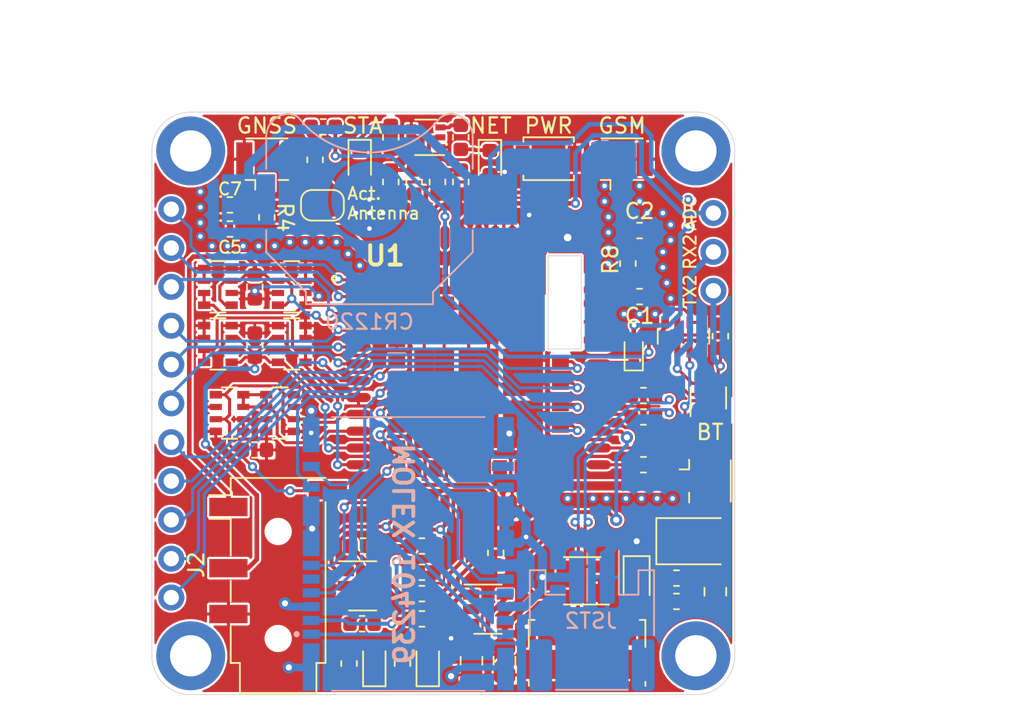
<source format=kicad_pcb>
(kicad_pcb (version 20171130) (host pcbnew "(5.1.2)-2")
  (title_block (title "SIM868 Based GSM+GPRS+GNSS+BT Module") (date 2019-10-31) (rev 1) (company SirBoard) (comment 1 SIM868) (comment 2 SirIot))
  (layers (0 F.Cu signal) (31 B.Cu signal) (34 B.Paste user hide) (35 F.Paste user hide) (36 B.SilkS user) (37 F.SilkS user) (38 B.Mask user hide) (39 F.Mask user hide) (44 Edge.Cuts user))
  (net 0 "")
  (net 1 GND)
  (net 2 "Net-(L1-Pad2)")
  (net 3 "Net-(AE1-Pad1)")
  (net 4 "Net-(JP1-Pad1)")
  (net 5 "Net-(J1-Pad23)")
  (net 6 "Net-(J1-Pad5)")
  (net 7 "Net-(U1-Pad56)")
  (net 8 "Net-(U1-Pad55)")
  (net 9 "Net-(U1-Pad54)")
  (net 10 "Net-(U1-Pad53)")
  (net 11 "Net-(U1-Pad52)")
  (net 12 "Net-(U1-Pad29)")
  (net 13 "Net-(U1-Pad14)")
  (net 14 "Net-(BT1-Pad1)")
  (net 15 SIM_RST)
  (net 16 SIM_IO)
  (net 17 SIM_VDD)
  (net 18 "Net-(D1-Pad3)")
  (net 19 SIM_CLK)
  (net 20 SD_DATA1)
  (net 21 SD_DATA0)
  (net 22 SD_CLK)
  (net 23 SD_VDD)
  (net 24 SD_CMD)
  (net 25 SD_DATA3)
  (net 26 SD_DATA2)
  (net 27 SPK1+)
  (net 28 SPK2+)
  (net 29 MIC+)
  (net 30 "Net-(AE2-Pad1)")
  (net 31 GSM_ANT)
  (net 32 GNSS_ANT)
  (net 33 "Net-(D3-Pad1)")
  (net 34 PWR_KEY)
  (net 35 "Net-(D5-Pad1)")
  (net 36 "Net-(D6-Pad2)")
  (net 37 "Net-(D6-Pad1)")
  (net 38 VBAT)
  (net 39 RX_5V)
  (net 40 TX_5V)
  (net 41 "Net-(Q1-Pad2)")
  (net 42 "Net-(Q1-Pad5)")
  (net 43 UART2_RX)
  (net 44 UART2_TX)
  (net 45 "Net-(R2-Pad2)")
  (net 46 VCC_EXT)
  (net 47 5V)
  (net 48 SCL)
  (net 49 SDA)
  (net 50 GNSS_RX)
  (net 51 GNSS_TX)
  (net 52 PPS)
  (net 53 GNSS_EN)
  (net 54 GPIO2)
  (net 55 GPIO1)
  (net 56 SPK2-)
  (net 57 ADC)
  (net 58 SPK1-)
  (net 59 MIC-)
  (net 60 /BT)
  (net 61 VBUS)
  (net 62 "Net-(J4-Pad4)")
  (net 63 "Net-(D2-Pad1)")
  (net 64 "Net-(D4-Pad1)")
  (net 65 "Net-(Q2-Pad6)")
  (net 66 "Net-(Q2-Pad2)")
  (net 67 "Net-(Q2-Pad5)")
  (net 68 "Net-(Q2-Pad3)")
  (net 69 NET_L)
  (net 70 STA_L)
  (net 71 UART1_RI)
  (net 72 UART1_DTR)
  (net 73 UART1_DCD)
  (net 74 UART1_CTS)
  (net 75 UART1_RTS)
  (net 76 UART1_RX)
  (net 77 UART1_TX)
  (net 78 D-)
  (net 79 D+)
  (net 80 /uD+)
  (net 81 /uD-)
  (net 82 "Net-(D1-Pad5)")
  (net 83 "Net-(D1-Pad6)")
  (net 84 "Net-(D1-Pad4)")
  (module SirBoardLibrary:SIM868 (layer F.Cu) (at 66.315 40.259)
    (fp_text reference U1 (at -6.117 -7.62) (layer F.SilkS) (effects (font (size 1.27 1.27) (thickness 0.254))))
    (fp_text value SIM868 hide)
    (pad 69 smd rect (at -3.55068 -2.62606) (size 1.3 1.55) (layers F.Cu F.Paste F.Mask) (net 1 GND))
    (pad 69 smd rect (at -2.25068 -4.17606) (size 1.3 1.55) (layers F.Cu F.Paste F.Mask) (net 1 GND))
    (pad 69 smd rect (at -2.25068 -2.62606) (size 1.3 1.55) (layers F.Cu F.Paste F.Mask) (net 1 GND))
    (pad 68 smd rect (at -4.2 -6.3) (size 0.9 1.1) (layers F.Cu F.Paste F.Mask) (net 32 GNSS_ANT))
    (pad 67 smd rect (at -2.8 -6.3) (size 0.9 1.1) (layers F.Cu F.Paste F.Mask) (net 1 GND))
    (pad 66 smd rect (at -1.4 -6.3) (size 0.9 1.1) (layers F.Cu F.Paste F.Mask) (net 1 GND))
    (pad 65 smd rect (at 0 -6.3) (size 0.9 1.1) (layers F.Cu F.Paste F.Mask) (net 48 SCL))
    (pad 64 smd rect (at 1.4 -6.3) (size 0.9 1.1) (layers F.Cu F.Paste F.Mask) (net 49 SDA))
    (pad 63 smd rect (at 2.8 -6.3) (size 0.9 1.1) (layers F.Cu F.Paste F.Mask) (net 1 GND))
    (pad 62 smd rect (at 5.35 -0.7 90) (size 0.9 1.1) (layers F.Cu F.Paste F.Mask) (net 50 GNSS_RX))
    (pad 61 smd rect (at 5.35 0.7 90) (size 0.9 1.1) (layers F.Cu F.Paste F.Mask) (net 51 GNSS_TX))
    (pad 60 smd rect (at 5.35 2.1 90) (size 0.9 1.1) (layers F.Cu F.Paste F.Mask) (net 52 PPS))
    (pad 59 smd rect (at 5.35 3.5 90) (size 0.9 1.1) (layers F.Cu F.Paste F.Mask) (net 53 GNSS_EN))
    (pad 58 smd rect (at 5.35 4.9 90) (size 0.9 1.1) (layers F.Cu F.Paste F.Mask) (net 54 GPIO2))
    (pad 57 smd rect (at 4.2 6.3) (size 0.9 1.1) (layers F.Cu F.Paste F.Mask) (net 55 GPIO1))
    (pad 56 smd rect (at 2.8 6.3) (size 0.9 1.1) (layers F.Cu F.Paste F.Mask) (net 7 "Net-(U1-Pad56)"))
    (pad 55 smd rect (at 1.4 6.3) (size 0.9 1.1) (layers F.Cu F.Paste F.Mask) (net 8 "Net-(U1-Pad55)"))
    (pad 54 smd rect (at 0 6.3) (size 0.9 1.1) (layers F.Cu F.Paste F.Mask) (net 9 "Net-(U1-Pad54)"))
    (pad 53 smd rect (at -1.4 6.3) (size 0.9 1.1) (layers F.Cu F.Paste F.Mask) (net 10 "Net-(U1-Pad53)"))
    (pad 52 smd rect (at -2.8 6.3) (size 0.9 1.1) (layers F.Cu F.Paste F.Mask) (net 11 "Net-(U1-Pad52)"))
    (pad 51 smd rect (at -4.2 6.3) (size 0.9 1.1) (layers F.Cu F.Paste F.Mask) (net 24 SD_CMD))
    (pad 50 smd rect (at -5.35 4.9 90) (size 0.9 1.1) (layers F.Cu F.Paste F.Mask) (net 22 SD_CLK))
    (pad 49 smd rect (at -5.35 3.5 90) (size 0.9 1.1) (layers F.Cu F.Paste F.Mask) (net 21 SD_DATA0))
    (pad 48 smd rect (at -5.35 2.1 90) (size 0.9 1.1) (layers F.Cu F.Paste F.Mask) (net 20 SD_DATA1))
    (pad 47 smd rect (at -5.35 0.7 90) (size 0.9 1.1) (layers F.Cu F.Paste F.Mask) (net 26 SD_DATA2))
    (pad 46 smd rect (at -5.35 -0.7 90) (size 0.9 1.1) (layers F.Cu F.Paste F.Mask) (net 25 SD_DATA3))
    (pad 45 smd rect (at -5.35 -2.1 90) (size 0.9 1.1) (layers F.Cu F.Paste F.Mask) (net 1 GND))
    (pad 44 smd rect (at -5.35 -3.5 90) (size 0.9 1.1) (layers F.Cu F.Paste F.Mask) (net 28 SPK2+))
    (pad 43 smd rect (at -5.35 -4.9 90) (size 0.9 1.1) (layers F.Cu F.Paste F.Mask) (net 56 SPK2-))
    (pad 42 smd roundrect (at -4.4 -8.8) (size 0.6 1.6) (layers F.Cu F.Paste F.Mask) (roundrect_rratio 0.5) (net 70 STA_L))
    (pad 41 smd roundrect (at -3.3 -8.8) (size 0.6 1.6) (layers F.Cu F.Paste F.Mask) (roundrect_rratio 0.5) (net 69 NET_L))
    (pad 40 smd roundrect (at -2.2 -8.8) (size 0.6 1.6) (layers F.Cu F.Paste F.Mask) (roundrect_rratio 0.5) (net 46 VCC_EXT))
    (pad 39 smd roundrect (at -1.1 -8.8) (size 0.6 1.6) (layers F.Cu F.Paste F.Mask) (roundrect_rratio 0.5) (net 34 PWR_KEY))
    (pad 38 smd roundrect (at 0 -8.8) (size 0.6 1.6) (layers F.Cu F.Paste F.Mask) (roundrect_rratio 0.5) (net 57 ADC))
    (pad 37 smd roundrect (at 1.1 -8.8) (size 0.6 1.6) (layers F.Cu F.Paste F.Mask) (roundrect_rratio 0.5) (net 1 GND))
    (pad 36 smd roundrect (at 2.2 -8.8) (size 0.6 1.6) (layers F.Cu F.Paste F.Mask) (roundrect_rratio 0.5) (net 1 GND))
    (pad 35 smd roundrect (at 3.3 -8.8) (size 0.6 1.6) (layers F.Cu F.Paste F.Mask) (roundrect_rratio 0.5) (net 38 VBAT))
    (pad 34 smd roundrect (at 4.4 -8.8) (size 0.6 1.6) (layers F.Cu F.Paste F.Mask) (roundrect_rratio 0.5) (net 38 VBAT))
    (pad 33 smd roundrect (at 7.85 -6.05 90) (size 0.6 1.6) (layers F.Cu F.Paste F.Mask) (roundrect_rratio 0.5) (net 1 GND))
    (pad 32 smd roundrect (at 7.85 -4.95 90) (size 0.6 1.6) (layers F.Cu F.Paste F.Mask) (roundrect_rratio 0.5) (net 31 GSM_ANT))
    (pad 31 smd roundrect (at 7.85 -3.85 90) (size 0.6 1.6) (layers F.Cu F.Paste F.Mask) (roundrect_rratio 0.5) (net 1 GND))
    (pad 30 smd roundrect (at 7.85 -2.75 90) (size 0.6 1.6) (layers F.Cu F.Paste F.Mask) (roundrect_rratio 0.5) (net 1 GND))
    (pad 29 smd roundrect (at 7.85 -1.65 90) (size 0.6 1.6) (layers F.Cu F.Paste F.Mask) (roundrect_rratio 0.5) (net 12 "Net-(U1-Pad29)"))
    (pad 28 smd roundrect (at 7.85 -0.55 90) (size 0.6 1.6) (layers F.Cu F.Paste F.Mask) (roundrect_rratio 0.5) (net 33 "Net-(D3-Pad1)"))
    (pad 27 smd roundrect (at 7.85 0.55 90) (size 0.6 1.6) (layers F.Cu F.Paste F.Mask) (roundrect_rratio 0.5) (net 1 GND))
    (pad 26 smd roundrect (at 7.85 1.65 90) (size 0.6 1.6) (layers F.Cu F.Paste F.Mask) (roundrect_rratio 0.5) (net 81 /uD-))
    (pad 25 smd roundrect (at 7.85 2.75 90) (size 0.6 1.6) (layers F.Cu F.Paste F.Mask) (roundrect_rratio 0.5) (net 80 /uD+))
    (pad 24 smd roundrect (at 7.85 3.85 90) (size 0.6 1.6) (layers F.Cu F.Paste F.Mask) (roundrect_rratio 0.5) (net 61 VBUS))
    (pad 23 smd roundrect (at 7.85 4.95 90) (size 0.6 1.6) (layers F.Cu F.Paste F.Mask) (roundrect_rratio 0.5) (net 43 UART2_RX))
    (pad 22 smd roundrect (at 7.85 6.05 90) (size 0.6 1.6) (layers F.Cu F.Paste F.Mask) (roundrect_rratio 0.5) (net 44 UART2_TX))
    (pad 21 smd roundrect (at 4.4 8.8) (size 0.6 1.6) (layers F.Cu F.Paste F.Mask) (roundrect_rratio 0.5) (net 1 GND))
    (pad 20 smd roundrect (at 3.3 8.8) (size 0.6 1.6) (layers F.Cu F.Paste F.Mask) (roundrect_rratio 0.5) (net 60 /BT))
    (pad 19 smd roundrect (at 2.2 8.8) (size 0.6 1.6) (layers F.Cu F.Paste F.Mask) (roundrect_rratio 0.5) (net 1 GND))
    (pad 18 smd roundrect (at 1.1 8.8) (size 0.6 1.6) (layers F.Cu F.Paste F.Mask) (roundrect_rratio 0.5) (net 17 SIM_VDD))
    (pad 17 smd roundrect (at 0 8.8) (size 0.6 1.6) (layers F.Cu F.Paste F.Mask) (roundrect_rratio 0.5) (net 15 SIM_RST))
    (pad 16 smd roundrect (at -1.1 8.8) (size 0.6 1.6) (layers F.Cu F.Paste F.Mask) (roundrect_rratio 0.5) (net 19 SIM_CLK))
    (pad 15 smd roundrect (at -2.2 8.8) (size 0.6 1.6) (layers F.Cu F.Paste F.Mask) (roundrect_rratio 0.5) (net 16 SIM_IO))
    (pad 14 smd roundrect (at -3.3 8.8) (size 0.6 1.6) (layers F.Cu F.Paste F.Mask) (roundrect_rratio 0.5) (net 13 "Net-(U1-Pad14)"))
    (pad 13 smd roundrect (at -4.4 8.8) (size 0.6 1.6) (layers F.Cu F.Paste F.Mask) (roundrect_rratio 0.5) (net 1 GND))
    (pad 12 smd roundrect (at -7.85 6.05 90) (size 0.6 1.6) (layers F.Cu F.Paste F.Mask) (roundrect_rratio 0.5) (net 58 SPK1-))
    (pad 11 smd roundrect (at -7.85 4.95 90) (size 0.6 1.6) (layers F.Cu F.Paste F.Mask) (roundrect_rratio 0.5) (net 27 SPK1+))
    (pad 10 smd roundrect (at -7.85 3.85 90) (size 0.6 1.6) (layers F.Cu F.Paste F.Mask) (roundrect_rratio 0.5) (net 59 MIC-))
    (pad 9 smd roundrect (at -7.85 2.75 90) (size 0.6 1.6) (layers F.Cu F.Paste F.Mask) (roundrect_rratio 0.5) (net 29 MIC+))
    (pad 8 smd roundrect (at -7.85 1.65 90) (size 0.6 1.6) (layers F.Cu F.Paste F.Mask) (roundrect_rratio 0.5) (net 1 GND))
    (pad 7 smd roundrect (at -7.85 0.55 90) (size 0.6 1.6) (layers F.Cu F.Paste F.Mask) (roundrect_rratio 0.5) (net 71 UART1_RI))
    (pad 6 smd roundrect (at -7.85 -0.55 90) (size 0.6 1.6) (layers F.Cu F.Paste F.Mask) (roundrect_rratio 0.5) (net 72 UART1_DTR))
    (pad 5 smd roundrect (at -7.85 -1.65 90) (size 0.6 1.6) (layers F.Cu F.Paste F.Mask) (roundrect_rratio 0.5) (net 73 UART1_DCD))
    (pad 4 smd roundrect (at -7.85 -2.75 90) (size 0.6 1.6) (layers F.Cu F.Paste F.Mask) (roundrect_rratio 0.5) (net 74 UART1_CTS))
    (pad 3 smd roundrect (at -7.85 -3.85 90) (size 0.6 1.6) (layers F.Cu F.Paste F.Mask) (roundrect_rratio 0.5) (net 75 UART1_RTS))
    (pad 2 smd roundrect (at -7.85 -4.95 90) (size 0.6 1.6) (layers F.Cu F.Paste F.Mask) (roundrect_rratio 0.5) (net 76 UART1_RX))
    (pad 1 smd roundrect (at -7.85 -6.05 90) (size 0.6 1.6) (layers F.Cu F.Paste F.Mask) (roundrect_rratio 0.5) (net 77 UART1_TX))
    (pad 69 smd custom (at -3.55068 -4.17606) (size 0.6 0.2) (layers F.Cu F.Paste F.Mask) (net 1 GND) (options (clearance outline) (anchor rect)) (primitives (gr_poly (pts (xy 0 0.775) (xy 0.65 0.775) (xy 0.65 -0.775) (xy 0.38 -0.775) (xy -0.65 0.255) (xy -0.65 0.775)) (width 0))))
    (pad 77 smd rect (at -0.65 -0.775) (size 1.3 1.55) (layers F.Cu F.Paste F.Mask) (net 1 GND))
    (pad 77 smd rect (at 0.65 -0.775) (size 1.3 1.55) (layers F.Cu F.Paste F.Mask) (net 1 GND))
    (pad 77 smd rect (at -0.65 0.775) (size 1.3 1.55) (layers F.Cu F.Paste F.Mask) (net 1 GND))
    (pad 77 smd rect (at 0.65 0.775) (size 1.3 1.55) (layers F.Cu F.Paste F.Mask) (net 1 GND))
    (pad 76 smd rect (at -0.65 -4.17352) (size 1.3 1.55) (layers F.Cu F.Paste F.Mask) (net 1 GND))
    (pad 76 smd rect (at 0.65 -2.62352) (size 1.3 1.55) (layers F.Cu F.Paste F.Mask) (net 1 GND))
    (pad 76 smd rect (at 0.65 -4.17352) (size 1.3 1.55) (layers F.Cu F.Paste F.Mask) (net 1 GND))
    (pad 76 smd rect (at -0.65 -2.62352) (size 1.3 1.55) (layers F.Cu F.Paste F.Mask) (net 1 GND))
    (pad 75 smd rect (at 2.25068 -2.62352) (size 1.3 1.55) (layers F.Cu F.Paste F.Mask) (net 1 GND))
    (pad 75 smd rect (at 3.55068 -4.17352) (size 1.3 1.55) (layers F.Cu F.Paste F.Mask) (net 1 GND))
    (pad 75 smd rect (at 3.55068 -2.62352) (size 1.3 1.55) (layers F.Cu F.Paste F.Mask) (net 1 GND))
    (pad 75 smd rect (at 2.25068 -4.17352) (size 1.3 1.55) (layers F.Cu F.Paste F.Mask) (net 1 GND))
    (pad 74 smd rect (at 2.25068 0.775) (size 1.3 1.55) (layers F.Cu F.Paste F.Mask) (net 1 GND))
    (pad 74 smd rect (at 3.55068 -0.775) (size 1.3 1.55) (layers F.Cu F.Paste F.Mask) (net 1 GND))
    (pad 74 smd rect (at 3.55068 0.775) (size 1.3 1.55) (layers F.Cu F.Paste F.Mask) (net 1 GND))
    (pad 74 smd rect (at 2.25068 -0.775) (size 1.3 1.55) (layers F.Cu F.Paste F.Mask) (net 1 GND))
    (pad 70 smd rect (at -3.55068 0.775) (size 1.3 1.55) (layers F.Cu F.Paste F.Mask) (net 1 GND))
    (pad 70 smd rect (at -2.25068 -0.775) (size 1.3 1.55) (layers F.Cu F.Paste F.Mask) (net 1 GND))
    (pad 70 smd rect (at -2.25068 0.775) (size 1.3 1.55) (layers F.Cu F.Paste F.Mask) (net 1 GND))
    (pad 70 smd rect (at -3.55068 -0.775) (size 1.3 1.55) (layers F.Cu F.Paste F.Mask) (net 1 GND))
    (pad 71 smd rect (at -3.55068 4.17606) (size 1.3 1.55) (layers F.Cu F.Paste F.Mask) (net 1 GND))
    (pad 71 smd rect (at -2.25068 2.62606) (size 1.3 1.55) (layers F.Cu F.Paste F.Mask) (net 1 GND))
    (pad 71 smd rect (at -2.25068 4.17606) (size 1.3 1.55) (layers F.Cu F.Paste F.Mask) (net 1 GND))
    (pad 71 smd rect (at -3.55068 2.62606) (size 1.3 1.55) (layers F.Cu F.Paste F.Mask) (net 1 GND))
    (pad 72 smd rect (at -0.65 4.17606) (size 1.3 1.55) (layers F.Cu F.Paste F.Mask) (net 1 GND))
    (pad 72 smd rect (at 0.65 2.62606) (size 1.3 1.55) (layers F.Cu F.Paste F.Mask) (net 1 GND))
    (pad 72 smd rect (at 0.65 4.17606) (size 1.3 1.55) (layers F.Cu F.Paste F.Mask) (net 1 GND))
    (pad 72 smd rect (at -0.65 2.62606) (size 1.3 1.55) (layers F.Cu F.Paste F.Mask) (net 1 GND))
    (pad 73 smd rect (at 2.25068 2.62606) (size 1.3 1.55) (layers F.Cu F.Paste F.Mask) (net 1 GND))
    (pad 73 smd rect (at 3.55068 4.17606) (size 1.3 1.55) (layers F.Cu F.Paste F.Mask) (net 1 GND))
    (pad 73 smd rect (at 3.55068 2.62606) (size 1.3 1.55) (layers F.Cu F.Paste F.Mask) (net 1 GND))
    (pad 73 smd rect (at 2.25068 4.17606) (size 1.3 1.55) (layers F.Cu F.Paste F.Mask) (net 1 GND))
  )
  (module Capacitor_SMD:C_0603_1608Metric (layer F.Cu) (at 51.689 34.671 90)
    (fp_text reference D13 hide)
    (fp_text value BDFN1C031V)
    (pad 2 smd roundrect (at 0.7875 0 90) (size 0.875 0.95) (layers F.Cu F.Paste F.Mask) (net 28 SPK2+))
    (pad 1 smd roundrect (at -0.7875 0 90) (size 0.875 0.95) (layers F.Cu F.Paste F.Mask) (net 1 GND))
  )
  (module Capacitor_SMD:C_0603_1608Metric (layer F.Cu) (at 51.6635 45.339 180)
    (fp_text reference D11 hide)
    (fp_text value BDFN1C031V)
    (pad 1 smd roundrect (at -0.7875 0 180) (size 0.875 0.95) (layers F.Cu F.Paste F.Mask) (net 1 GND))
    (pad 2 smd roundrect (at 0.7875 0 180) (size 0.875 0.95) (layers F.Cu F.Paste F.Mask) (net 29 MIC+))
  )
  (module Capacitor_SMD:C_0603_1608Metric (layer F.Cu) (at 51.689 38.481 270)
    (fp_text reference D9 hide)
    (fp_text value BDFN1C031V)
    (pad 2 smd roundrect (at 0.7875 0 270) (size 0.875 0.95) (layers F.Cu F.Paste F.Mask) (net 27 SPK1+))
    (pad 1 smd roundrect (at -0.7875 0 270) (size 0.875 0.95) (layers F.Cu F.Paste F.Mask) (net 1 GND))
  )
  (module Resistor_SMD:R_Array_Convex_4x0603 (layer F.Cu) (at 54.102 34.671 180)
    (fp_text reference CN6 hide)
    (fp_text value 33pF)
    (pad 5 smd rect (at 0.9 1.2 180) (size 0.8 0.5) (layers F.Cu F.Paste F.Mask) (net 1 GND))
    (pad 6 smd rect (at 0.9 0.4 180) (size 0.8 0.4) (layers F.Cu F.Paste F.Mask) (net 28 SPK2+))
    (pad 8 smd rect (at 0.9 -1.2 180) (size 0.8 0.5) (layers F.Cu F.Paste F.Mask) (net 28 SPK2+))
    (pad 7 smd rect (at 0.9 -0.4 180) (size 0.8 0.4) (layers F.Cu F.Paste F.Mask) (net 1 GND))
    (pad 4 smd rect (at -0.9 1.2 180) (size 0.8 0.5) (layers F.Cu F.Paste F.Mask) (net 1 GND))
    (pad 2 smd rect (at -0.9 -0.4 180) (size 0.8 0.4) (layers F.Cu F.Paste F.Mask) (net 56 SPK2-))
    (pad 3 smd rect (at -0.9 0.4 180) (size 0.8 0.4) (layers F.Cu F.Paste F.Mask) (net 1 GND))
    (pad 1 smd rect (at -0.9 -1.2 180) (size 0.8 0.5) (layers F.Cu F.Paste F.Mask) (net 56 SPK2-))
  )
  (module Resistor_SMD:R_Array_Convex_4x0603 (layer F.Cu) (at 54.102 38.4048 180)
    (fp_text reference CN5 hide)
    (fp_text value 33pF)
    (pad 5 smd rect (at 0.9 1.2 180) (size 0.8 0.5) (layers F.Cu F.Paste F.Mask) (net 1 GND))
    (pad 6 smd rect (at 0.9 0.4 180) (size 0.8 0.4) (layers F.Cu F.Paste F.Mask) (net 27 SPK1+))
    (pad 8 smd rect (at 0.9 -1.2 180) (size 0.8 0.5) (layers F.Cu F.Paste F.Mask) (net 27 SPK1+))
    (pad 7 smd rect (at 0.9 -0.4 180) (size 0.8 0.4) (layers F.Cu F.Paste F.Mask) (net 1 GND))
    (pad 4 smd rect (at -0.9 1.2 180) (size 0.8 0.5) (layers F.Cu F.Paste F.Mask) (net 1 GND))
    (pad 2 smd rect (at -0.9 -0.4 180) (size 0.8 0.4) (layers F.Cu F.Paste F.Mask) (net 58 SPK1-))
    (pad 3 smd rect (at -0.9 0.4 180) (size 0.8 0.4) (layers F.Cu F.Paste F.Mask) (net 1 GND))
    (pad 1 smd rect (at -0.9 -1.2 180) (size 0.8 0.5) (layers F.Cu F.Paste F.Mask) (net 58 SPK1-))
  )
  (module Resistor_SMD:R_Array_Convex_4x0603 (layer F.Cu) (at 53.34 42.926)
    (fp_text reference CN4 hide)
    (fp_text value 33pF)
    (pad 1 smd rect (at -0.9 -1.2) (size 0.8 0.5) (layers F.Cu F.Paste F.Mask) (net 59 MIC-))
    (pad 3 smd rect (at -0.9 0.4) (size 0.8 0.4) (layers F.Cu F.Paste F.Mask) (net 1 GND))
    (pad 2 smd rect (at -0.9 -0.4) (size 0.8 0.4) (layers F.Cu F.Paste F.Mask) (net 59 MIC-))
    (pad 4 smd rect (at -0.9 1.2) (size 0.8 0.5) (layers F.Cu F.Paste F.Mask) (net 1 GND))
    (pad 7 smd rect (at 0.9 -0.4) (size 0.8 0.4) (layers F.Cu F.Paste F.Mask) (net 1 GND))
    (pad 8 smd rect (at 0.9 -1.2) (size 0.8 0.5) (layers F.Cu F.Paste F.Mask) (net 29 MIC+))
    (pad 6 smd rect (at 0.9 0.4) (size 0.8 0.4) (layers F.Cu F.Paste F.Mask) (net 29 MIC+))
    (pad 5 smd rect (at 0.9 1.2) (size 0.8 0.5) (layers F.Cu F.Paste F.Mask) (net 1 GND))
  )
  (module Resistor_SMD:R_Array_Convex_4x0603 (layer F.Cu) (at 49.276 34.671 180)
    (fp_text reference CN3 hide)
    (fp_text value 10pF)
    (pad 5 smd rect (at 0.9 1.2 180) (size 0.8 0.5) (layers F.Cu F.Paste F.Mask) (net 1 GND))
    (pad 6 smd rect (at 0.9 0.4 180) (size 0.8 0.4) (layers F.Cu F.Paste F.Mask) (net 1 GND))
    (pad 8 smd rect (at 0.9 -1.2 180) (size 0.8 0.5) (layers F.Cu F.Paste F.Mask) (net 56 SPK2-))
    (pad 7 smd rect (at 0.9 -0.4 180) (size 0.8 0.4) (layers F.Cu F.Paste F.Mask) (net 56 SPK2-))
    (pad 4 smd rect (at -0.9 1.2 180) (size 0.8 0.5) (layers F.Cu F.Paste F.Mask) (net 1 GND))
    (pad 2 smd rect (at -0.9 -0.4 180) (size 0.8 0.4) (layers F.Cu F.Paste F.Mask) (net 1 GND))
    (pad 3 smd rect (at -0.9 0.4 180) (size 0.8 0.4) (layers F.Cu F.Paste F.Mask) (net 28 SPK2+))
    (pad 1 smd rect (at -0.9 -1.2 180) (size 0.8 0.5) (layers F.Cu F.Paste F.Mask) (net 28 SPK2+))
  )
  (module Resistor_SMD:R_Array_Convex_4x0603 (layer F.Cu) (at 49.276 38.405 180)
    (fp_text reference CN2 hide)
    (fp_text value 10pF)
    (pad 5 smd rect (at 0.9 1.2 180) (size 0.8 0.5) (layers F.Cu F.Paste F.Mask) (net 1 GND))
    (pad 6 smd rect (at 0.9 0.4 180) (size 0.8 0.4) (layers F.Cu F.Paste F.Mask) (net 1 GND))
    (pad 8 smd rect (at 0.9 -1.2 180) (size 0.8 0.5) (layers F.Cu F.Paste F.Mask) (net 58 SPK1-))
    (pad 7 smd rect (at 0.9 -0.4 180) (size 0.8 0.4) (layers F.Cu F.Paste F.Mask) (net 58 SPK1-))
    (pad 4 smd rect (at -0.9 1.2 180) (size 0.8 0.5) (layers F.Cu F.Paste F.Mask) (net 1 GND))
    (pad 2 smd rect (at -0.9 -0.4 180) (size 0.8 0.4) (layers F.Cu F.Paste F.Mask) (net 1 GND))
    (pad 3 smd rect (at -0.9 0.4 180) (size 0.8 0.4) (layers F.Cu F.Paste F.Mask) (net 27 SPK1+))
    (pad 1 smd rect (at -0.9 -1.2 180) (size 0.8 0.5) (layers F.Cu F.Paste F.Mask) (net 27 SPK1+))
  )
  (module Resistor_SMD:R_Array_Convex_4x0603 (layer F.Cu) (at 50.038 42.926)
    (fp_text reference CN1 hide)
    (fp_text value 10pF)
    (pad 1 smd rect (at -0.9 -1.2) (size 0.8 0.5) (layers F.Cu F.Paste F.Mask) (net 29 MIC+))
    (pad 3 smd rect (at -0.9 0.4) (size 0.8 0.4) (layers F.Cu F.Paste F.Mask) (net 29 MIC+))
    (pad 2 smd rect (at -0.9 -0.4) (size 0.8 0.4) (layers F.Cu F.Paste F.Mask) (net 1 GND))
    (pad 4 smd rect (at -0.9 1.2) (size 0.8 0.5) (layers F.Cu F.Paste F.Mask) (net 1 GND))
    (pad 7 smd rect (at 0.9 -0.4) (size 0.8 0.4) (layers F.Cu F.Paste F.Mask) (net 59 MIC-))
    (pad 8 smd rect (at 0.9 -1.2) (size 0.8 0.5) (layers F.Cu F.Paste F.Mask) (net 59 MIC-))
    (pad 6 smd rect (at 0.9 0.4) (size 0.8 0.4) (layers F.Cu F.Paste F.Mask) (net 1 GND))
    (pad 5 smd rect (at 0.9 1.2) (size 0.8 0.5) (layers F.Cu F.Paste F.Mask) (net 1 GND))
  )
  (module Battery:BatteryHolder_Keystone_3000_1x12mm (layer B.Cu) (at 59.182 28.956)
    (fp_text reference CR1220 (at 0 8) (layer B.SilkS) (effects (justify mirror)))
    (fp_text value CR1025)
    (pad 2 smd circle (at 0 0) (size 5 5) (layers B.Cu B.Mask) (net 1 GND))
    (pad 1 smd rect (at 7.9 0) (size 3.5 3.3) (layers B.Cu B.Paste B.Mask) (net 14 "Net-(BT1-Pad1)"))
    (pad 1 smd rect (at -7.9 0) (size 3.5 3.3) (layers B.Cu B.Paste B.Mask) (net 14 "Net-(BT1-Pad1)"))
  )
  (module Connector_PinHeader_2.54mm:PinHeader_1x03_P2.54mm_Vertical (layer B.Cu) (at 81.661 34.925)
    (fp_text reference J6 hide)
    (fp_text value Conn_01x03)
    (pad 3 thru_hole oval (at 0 -5.08) (size 1.7 1.7) (drill 1) (layers *.Cu *.Mask) (net 57 ADC))
    (pad 2 thru_hole oval (at 0 -2.54) (size 1.7 1.7) (drill 1) (layers *.Cu *.Mask) (net 39 RX_5V))
    (pad 1 thru_hole circle (at 0 0) (size 1.7 1.7) (drill 1) (layers *.Cu *.Mask) (net 40 TX_5V))
  )
  (module LED_SMD:LED_0603_1608Metric (layer F.Cu) (at 58.547 26.543 270)
    (fp_text reference STA (at -2.413 -0.1905 180) (layer F.SilkS))
    (fp_text value WHITE)
    (pad 2 smd roundrect (at 0.7875 0 270) (size 0.875 0.95) (layers F.Cu F.Paste F.Mask) (net 38 VBAT))
    (pad 1 smd roundrect (at -0.7875 0 270) (size 0.875 0.95) (layers F.Cu F.Paste F.Mask) (net 63 "Net-(D2-Pad1)"))
  )
  (module LED_SMD:LED_0603_1608Metric (layer F.Cu) (at 67.056 26.543 270)
    (fp_text reference NET (at -2.413 -0.0635 180) (layer F.SilkS))
    (fp_text value WHITE)
    (pad 2 smd roundrect (at 0.7875 0 270) (size 0.875 0.95) (layers F.Cu F.Paste F.Mask) (net 38 VBAT))
    (pad 1 smd roundrect (at -0.7875 0 270) (size 0.875 0.95) (layers F.Cu F.Paste F.Mask) (net 64 "Net-(D4-Pad1)"))
  )
  (module Resistor_SMD:R_0603_1608Metric (layer F.Cu) (at 65.151 27.813 90)
    (fp_text reference R13 hide)
    (fp_text value 47K)
    (pad 2 smd roundrect (at 0.7875 0 90) (size 0.875 0.95) (layers F.Cu F.Paste F.Mask) (net 66 "Net-(Q2-Pad2)"))
    (pad 1 smd roundrect (at -0.7875 0 90) (size 0.875 0.95) (layers F.Cu F.Paste F.Mask) (net 1 GND))
  )
  (module Connector_PinHeader_2.54mm:PinHeader_1x11_P2.54mm_Vertical (layer B.Cu) (at 46.228 29.591 180)
    (fp_text reference J5 hide)
    (fp_text value Conn_01x11)
    (pad 11 thru_hole oval (at 0 -25.4 180) (size 1.7 1.7) (drill 1) (layers *.Cu *.Mask) (net 53 GNSS_EN))
    (pad 10 thru_hole oval (at 0 -22.86 180) (size 1.7 1.7) (drill 1) (layers *.Cu *.Mask) (net 52 PPS))
    (pad 9 thru_hole oval (at 0 -20.32 180) (size 1.7 1.7) (drill 1) (layers *.Cu *.Mask) (net 51 GNSS_TX))
    (pad 8 thru_hole oval (at 0 -17.78 180) (size 1.7 1.7) (drill 1) (layers *.Cu *.Mask) (net 50 GNSS_RX))
    (pad 7 thru_hole oval (at 0 -15.24 180) (size 1.7 1.7) (drill 1) (layers *.Cu *.Mask) (net 71 UART1_RI))
    (pad 6 thru_hole oval (at 0 -12.7 180) (size 1.7 1.7) (drill 1) (layers *.Cu *.Mask) (net 72 UART1_DTR))
    (pad 5 thru_hole oval (at 0 -10.16 180) (size 1.7 1.7) (drill 1) (layers *.Cu *.Mask) (net 73 UART1_DCD))
    (pad 4 thru_hole oval (at 0 -7.62 180) (size 1.7 1.7) (drill 1) (layers *.Cu *.Mask) (net 74 UART1_CTS))
    (pad 3 thru_hole oval (at 0 -5.08 180) (size 1.7 1.7) (drill 1) (layers *.Cu *.Mask) (net 75 UART1_RTS))
    (pad 2 thru_hole oval (at 0 -2.54 180) (size 1.7 1.7) (drill 1) (layers *.Cu *.Mask) (net 76 UART1_RX))
    (pad 1 thru_hole circle (at 0 0 180) (size 1.7 1.7) (drill 1) (layers *.Cu *.Mask) (net 77 UART1_TX))
  )
  (module Connector_Coaxial:U.FL_Hirose_U.FL-R-SMT-1_Vertical (layer F.Cu) (at 80.9625 47.371)
    (fp_text reference BT (at 0.475 -3.2) (layer F.SilkS))
    (fp_text value Antenna_Shield)
    (pad 2 smd rect (at 0.475 -1.475) (size 2.2 1.05) (layers F.Cu F.Paste F.Mask) (net 1 GND))
    (pad 1 smd rect (at -1.05 0) (size 1.05 1) (layers F.Cu F.Paste F.Mask) (net 60 /BT))
    (pad 2 smd rect (at 0.475 1.475) (size 2.2 1.05) (layers F.Cu F.Paste F.Mask) (net 1 GND))
  )
  (module Connector_JST:JST_PH_S2B-PH-SM4-TB_1x02-1MP_P2.00mm_Horizontal (layer B.Cu) (at 73.7235 56.515 180)
    (fp_text reference JST2 (at 0.0635 0) (layer B.SilkS) (effects (justify mirror)))
    (fp_text value Conn_01x02)
    (pad MP smd roundrect (at 3.35 -2.9 180) (size 1.5 3.4) (layers B.Cu B.Paste B.Mask) (roundrect_rratio 0.166667))
    (pad MP smd roundrect (at -3.35 -2.9 180) (size 1.5 3.4) (layers B.Cu B.Paste B.Mask) (roundrect_rratio 0.166667))
    (pad 2 smd roundrect (at 1 2.85 180) (size 1 3.5) (layers B.Cu B.Paste B.Mask) (net 1 GND))
    (pad 1 smd roundrect (at -1 2.85 180) (size 1 3.5) (layers B.Cu B.Paste B.Mask) (net 38 VBAT))
  )
  (module Resistor_SMD:R_0603_1608Metric (layer F.Cu) (at 77.089 43.18)
    (fp_text reference R18 hide)
    (fp_text value 22E)
    (pad 2 smd roundrect (at 0.7875 0) (size 0.875 0.95) (layers F.Cu F.Paste F.Mask) (net 79 D+))
    (pad 1 smd roundrect (at -0.7875 0) (size 0.875 0.95) (layers F.Cu F.Paste F.Mask) (net 80 /uD+))
  )
  (module Resistor_SMD:R_0603_1608Metric (layer F.Cu) (at 77.089 41.783)
    (fp_text reference R19 hide)
    (fp_text value 22E)
    (pad 2 smd roundrect (at 0.7875 0) (size 0.875 0.95) (layers F.Cu F.Paste F.Mask) (net 78 D-))
    (pad 1 smd roundrect (at -0.7875 0) (size 0.875 0.95) (layers F.Cu F.Paste F.Mask) (net 81 /uD-))
  )
  (module MountingHole:MountingHole_2.7mm_M2.5_ISO14580_Pad (layer F.Cu) (at 80.518 58.801)
    (fp_text reference H4 hide)
    (fp_text value MountingHole)
    (pad 1 thru_hole circle (at 0 0) (size 4.5 4.5) (drill 2.7) (layers *.Cu *.Mask))
  )
  (module Package_TO_SOT_SMD:SOT-143 (layer F.Cu) (at 73.2155 53.8988 180)
    (fp_text reference D7 hide)
    (fp_text value PRTR5V0U2X)
    (pad 4 smd rect (at 1.3032 -0.9754 90) (size 0.8 1) (layers F.Cu F.Paste F.Mask) (net 61 VBUS))
    (pad 3 smd rect (at 1.3032 0.9246 90) (size 0.8 1) (layers F.Cu F.Paste F.Mask) (net 78 D-))
    (pad 2 smd rect (at -0.9968 0.9246 90) (size 0.8 1) (layers F.Cu F.Paste F.Mask) (net 79 D+))
    (pad 1 smd rect (at -0.9968 -0.7954 90) (size 1.2 1) (layers F.Cu F.Paste F.Mask) (net 1 GND))
  )
  (module Connector_USB:USB_Micro-B_Molex_47346-0001 (layer F.Cu) (at 73.406 58.166)
    (fp_text reference J4 hide)
    (fp_text value USB_B_Micro)
    (pad 6 smd rect (at 0.84 1.2) (size 1.175 1.9) (layers F.Cu F.Paste F.Mask) (net 1 GND))
    (pad 6 smd rect (at -0.84 1.2) (size 1.175 1.9) (layers F.Cu F.Paste F.Mask) (net 1 GND))
    (pad 6 smd rect (at 2.91 1.2) (size 2.375 1.9) (layers F.Cu F.Paste F.Mask) (net 1 GND))
    (pad 6 smd rect (at -2.91 1.2) (size 2.375 1.9) (layers F.Cu F.Paste F.Mask) (net 1 GND))
    (pad 6 smd rect (at 2.4625 -1.1) (size 1.475 2.1) (layers F.Cu F.Paste F.Mask) (net 1 GND))
    (pad 6 smd rect (at -2.4625 -1.1) (size 1.475 2.1) (layers F.Cu F.Paste F.Mask) (net 1 GND))
    (pad 5 smd rect (at 1.3 -1.46) (size 0.45 1.38) (layers F.Cu F.Paste F.Mask) (net 1 GND))
    (pad 4 smd rect (at 0.65 -1.46) (size 0.45 1.38) (layers F.Cu F.Paste F.Mask) (net 62 "Net-(J4-Pad4)"))
    (pad 3 smd rect (at 0 -1.46) (size 0.45 1.38) (layers F.Cu F.Paste F.Mask) (net 79 D+))
    (pad 2 smd rect (at -0.65 -1.46) (size 0.45 1.38) (layers F.Cu F.Paste F.Mask) (net 78 D-))
    (pad 1 smd rect (at -1.3 -1.46) (size 0.45 1.38) (layers F.Cu F.Paste F.Mask) (net 61 VBUS))
  )
  (module LED_SMD:LED_0603_1608Metric (layer F.Cu) (at 59.4995 59.309 90)
    (fp_text reference D6 hide)
    (fp_text value GREEN)
    (pad 1 smd roundrect (at -0.7875 0 90) (size 0.875 0.95) (layers F.Cu F.Paste F.Mask) (net 37 "Net-(D6-Pad1)"))
    (pad 2 smd roundrect (at 0.7875 0 90) (size 0.875 0.95) (layers F.Cu F.Paste F.Mask) (net 36 "Net-(D6-Pad2)"))
  )
  (module LED_SMD:LED_0603_1608Metric (layer F.Cu) (at 62.992 59.309 90)
    (fp_text reference D5 hide)
    (fp_text value ORANGE)
    (pad 2 smd roundrect (at 0.7875 0 90) (size 0.875 0.95) (layers F.Cu F.Paste F.Mask) (net 61 VBUS))
    (pad 1 smd roundrect (at -0.7875 0 90) (size 0.875 0.95) (layers F.Cu F.Paste F.Mask) (net 35 "Net-(D5-Pad1)"))
  )
  (module Resistor_SMD:R_0805_2012Metric (layer F.Cu) (at 65.8495 59.1185 90)
    (fp_text reference R2 hide)
    (fp_text value 2K)
    (pad 2 smd roundrect (at 0.9375 0 90) (size 0.975 1.4) (layers F.Cu F.Paste F.Mask) (net 45 "Net-(R2-Pad2)"))
    (pad 1 smd roundrect (at -0.9375 0 90) (size 0.975 1.4) (layers F.Cu F.Paste F.Mask) (net 1 GND))
  )
  (module Capacitor_SMD:C_0805_2012Metric (layer F.Cu) (at 68.0085 59.1185 270)
    (fp_text reference C13 hide)
    (fp_text value 1uF)
    (pad 2 smd roundrect (at 0.9375 0 270) (size 0.975 1.4) (layers F.Cu F.Paste F.Mask) (net 1 GND))
    (pad 1 smd roundrect (at -0.9375 0 270) (size 0.975 1.4) (layers F.Cu F.Paste F.Mask) (net 61 VBUS))
  )
  (module Button_Switch_SMD:SW_SPST_B3U-1000P (layer F.Cu) (at 70.8914 26.289 180)
    (fp_text reference PWR (at 0 2.159) (layer F.SilkS))
    (fp_text value B3U-1000P)
    (pad 2 smd rect (at 1.7 0 180) (size 0.9 1.7) (layers F.Cu F.Paste F.Mask) (net 34 PWR_KEY))
    (pad 1 smd rect (at -1.7 0 180) (size 0.9 1.7) (layers F.Cu F.Paste F.Mask) (net 1 GND))
  )
  (module Resistor_SMD:R_0603_1608Metric (layer F.Cu) (at 65.151 24.892 270)
    (fp_text reference R17 hide)
    (fp_text value 1K)
    (pad 2 smd roundrect (at 0.7875 0 270) (size 0.875 0.95) (layers F.Cu F.Paste F.Mask) (net 64 "Net-(D4-Pad1)"))
    (pad 1 smd roundrect (at -0.7875 0 270) (size 0.875 0.95) (layers F.Cu F.Paste F.Mask) (net 68 "Net-(Q2-Pad3)"))
  )
  (module Resistor_SMD:R_0603_1608Metric (layer F.Cu) (at 60.579 27.813 90)
    (fp_text reference R16 hide)
    (fp_text value 47K)
    (pad 2 smd roundrect (at 0.7875 0 90) (size 0.875 0.95) (layers F.Cu F.Paste F.Mask) (net 67 "Net-(Q2-Pad5)"))
    (pad 1 smd roundrect (at -0.7875 0 90) (size 0.875 0.95) (layers F.Cu F.Paste F.Mask) (net 1 GND))
  )
  (module Resistor_SMD:R_0603_1608Metric (layer F.Cu) (at 62.103 27.813 270)
    (fp_text reference R15 hide)
    (fp_text value 4K7)
    (pad 2 smd roundrect (at 0.7875 0 270) (size 0.875 0.95) (layers F.Cu F.Paste F.Mask) (net 70 STA_L))
    (pad 1 smd roundrect (at -0.7875 0 270) (size 0.875 0.95) (layers F.Cu F.Paste F.Mask) (net 67 "Net-(Q2-Pad5)"))
  )
  (module Resistor_SMD:R_0603_1608Metric (layer F.Cu) (at 60.579 24.892 90)
    (fp_text reference R14 hide)
    (fp_text value 1K)
    (pad 2 smd roundrect (at 0.7875 0 90) (size 0.875 0.95) (layers F.Cu F.Paste F.Mask) (net 63 "Net-(D2-Pad1)"))
    (pad 1 smd roundrect (at -0.7875 0 90) (size 0.875 0.95) (layers F.Cu F.Paste F.Mask) (net 65 "Net-(Q2-Pad6)"))
  )
  (module Resistor_SMD:R_0603_1608Metric (layer F.Cu) (at 63.627 27.813 270)
    (fp_text reference R12 hide)
    (fp_text value 4K7)
    (pad 2 smd roundrect (at 0.7875 0 270) (size 0.875 0.95) (layers F.Cu F.Paste F.Mask) (net 69 NET_L))
    (pad 1 smd roundrect (at -0.7875 0 270) (size 0.875 0.95) (layers F.Cu F.Paste F.Mask) (net 66 "Net-(Q2-Pad2)"))
  )
  (module Package_TO_SOT_SMD:SOT-363_SC-70-6 (layer F.Cu) (at 62.865 24.892 180)
    (fp_text reference Q2 hide)
    (fp_text value BC847BDW1)
    (pad 6 smd rect (at 0.95 -0.65 180) (size 0.65 0.4) (layers F.Cu F.Paste F.Mask) (net 65 "Net-(Q2-Pad6)"))
    (pad 4 smd rect (at 0.95 0.65 180) (size 0.65 0.4) (layers F.Cu F.Paste F.Mask) (net 1 GND))
    (pad 2 smd rect (at -0.95 0 180) (size 0.65 0.4) (layers F.Cu F.Paste F.Mask) (net 66 "Net-(Q2-Pad2)"))
    (pad 5 smd rect (at 0.95 0 180) (size 0.65 0.4) (layers F.Cu F.Paste F.Mask) (net 67 "Net-(Q2-Pad5)"))
    (pad 3 smd rect (at -0.95 0.65 180) (size 0.65 0.4) (layers F.Cu F.Paste F.Mask) (net 68 "Net-(Q2-Pad3)"))
    (pad 1 smd rect (at -0.95 -0.65 180) (size 0.65 0.4) (layers F.Cu F.Paste F.Mask) (net 1 GND))
  )
  (module Resistor_SMD:R_0603_1608Metric (layer F.Cu) (at 58.763 51.6255)
    (fp_text reference R11 hide)
    (fp_text value 51E)
    (pad 2 smd roundrect (at 0.7875 0) (size 0.875 0.95) (layers F.Cu F.Paste F.Mask) (net 16 SIM_IO))
    (pad 1 smd roundrect (at -0.7875 0) (size 0.875 0.95) (layers F.Cu F.Paste F.Mask) (net 83 "Net-(D1-Pad6)"))
  )
  (module Resistor_SMD:R_0603_1608Metric (layer F.Cu) (at 62.611 54.737)
    (fp_text reference R10 hide)
    (fp_text value 51E)
    (pad 1 smd roundrect (at -0.7875 0) (size 0.875 0.95) (layers F.Cu F.Paste F.Mask) (net 82 "Net-(D1-Pad5)"))
    (pad 2 smd roundrect (at 0.7875 0) (size 0.875 0.95) (layers F.Cu F.Paste F.Mask) (net 19 SIM_CLK))
  )
  (module Resistor_SMD:R_0603_1608Metric (layer F.Cu) (at 58.6995 56.7055)
    (fp_text reference R9 hide)
    (fp_text value 51E)
    (pad 1 smd roundrect (at -0.7875 0) (size 0.875 0.95) (layers F.Cu F.Paste F.Mask) (net 84 "Net-(D1-Pad4)"))
    (pad 2 smd roundrect (at 0.7875 0) (size 0.875 0.95) (layers F.Cu F.Paste F.Mask) (net 15 SIM_RST))
  )
  (module Capacitor_SMD:C_0603_1608Metric (layer F.Cu) (at 62.611 56.388)
    (fp_text reference C12 hide)
    (fp_text value 22pF)
    (pad 1 smd roundrect (at -0.7875 0) (size 0.875 0.95) (layers F.Cu F.Paste F.Mask) (net 15 SIM_RST))
    (pad 2 smd roundrect (at 0.7875 0) (size 0.875 0.95) (layers F.Cu F.Paste F.Mask) (net 1 GND))
  )
  (module Capacitor_SMD:C_0603_1608Metric (layer F.Cu) (at 62.611 53.34)
    (fp_text reference C11 hide)
    (fp_text value 22pF)
    (pad 1 smd roundrect (at -0.7875 0) (size 0.875 0.95) (layers F.Cu F.Paste F.Mask) (net 19 SIM_CLK))
    (pad 2 smd roundrect (at 0.7875 0) (size 0.875 0.95) (layers F.Cu F.Paste F.Mask) (net 1 GND))
  )
  (module Capacitor_SMD:C_0603_1608Metric (layer F.Cu) (at 62.611 51.6255)
    (fp_text reference C10 hide)
    (fp_text value 22pF)
    (pad 2 smd roundrect (at 0.7875 0) (size 0.875 0.95) (layers F.Cu F.Paste F.Mask) (net 1 GND))
    (pad 1 smd roundrect (at -0.7875 0) (size 0.875 0.95) (layers F.Cu F.Paste F.Mask) (net 16 SIM_IO))
  )
  (module Diode_SMD:D_SOD-323F (layer F.Cu) (at 76.6445 53.7845 270)
    (fp_text reference Z1 hide)
    (fp_text value PZ3D4V2H)
    (pad 2 smd rect (at 1.1 0 270) (size 0.6 1.2) (layers F.Cu F.Paste F.Mask) (net 1 GND))
    (pad 1 smd rect (at -1.1 0 270) (size 0.6 1.2) (layers F.Cu F.Paste F.Mask) (net 38 VBAT))
  )
  (module Capacitor_SMD:C_0603_1608Metric (layer F.Cu) (at 79.248 53.721 180)
    (fp_text reference C9 hide)
    (fp_text value 10pF)
    (pad 2 smd roundrect (at 0.7875 0 180) (size 0.875 0.95) (layers F.Cu F.Paste F.Mask) (net 1 GND))
    (pad 1 smd roundrect (at -0.7875 0 180) (size 0.875 0.95) (layers F.Cu F.Paste F.Mask) (net 38 VBAT))
  )
  (module Capacitor_SMD:C_0603_1608Metric (layer F.Cu) (at 79.248 55.245 180)
    (fp_text reference C8 hide)
    (fp_text value 33pF)
    (pad 2 smd roundrect (at 0.7875 0 180) (size 0.875 0.95) (layers F.Cu F.Paste F.Mask) (net 1 GND))
    (pad 1 smd roundrect (at -0.7875 0 180) (size 0.875 0.95) (layers F.Cu F.Paste F.Mask) (net 38 VBAT))
  )
  (module Capacitor_SMD:C_0805_2012Metric (layer F.Cu) (at 81.788 54.61 270)
    (fp_text reference C6 hide)
    (fp_text value 10uF)
    (pad 2 smd roundrect (at 0.9375 0 270) (size 0.975 1.4) (layers F.Cu F.Paste F.Mask) (net 1 GND))
    (pad 1 smd roundrect (at -0.9375 0 270) (size 0.975 1.4) (layers F.Cu F.Paste F.Mask) (net 38 VBAT))
  )
  (module Capacitor_Tantalum_SMD:CP_EIA-3528-21_Kemet-B (layer F.Cu) (at 80.391 51.308)
    (fp_text reference C4 hide)
    (fp_text value 100uF)
    (pad 2 smd roundrect (at 1.5375 0) (size 1.325 2.35) (layers F.Cu F.Paste F.Mask) (roundrect_rratio 0.188679) (net 1 GND))
    (pad 1 smd roundrect (at -1.5375 0) (size 1.325 2.35) (layers F.Cu F.Paste F.Mask) (roundrect_rratio 0.188679) (net 38 VBAT))
  )
  (module Capacitor_SMD:C_0603_1608Metric (layer F.Cu) (at 67.437 52.07 270)
    (fp_text reference C3 hide)
    (fp_text value 100nF)
    (pad 2 smd roundrect (at 0.7875 0 270) (size 0.875 0.95) (layers F.Cu F.Paste F.Mask) (net 1 GND))
    (pad 1 smd roundrect (at -0.7875 0 270) (size 0.875 0.95) (layers F.Cu F.Paste F.Mask) (net 17 SIM_VDD))
  )
  (module Package_TO_SOT_SMD:SOT-23-5 (layer F.Cu) (at 66.929 55.753)
    (fp_text reference U2 hide)
    (fp_text value MCP73831-2-OT)
    (pad 5 smd rect (at 1.1 -0.95) (size 1.06 0.65) (layers F.Cu F.Paste F.Mask) (net 45 "Net-(R2-Pad2)"))
    (pad 4 smd rect (at 1.1 0.95) (size 1.06 0.65) (layers F.Cu F.Paste F.Mask) (net 61 VBUS))
    (pad 3 smd rect (at -1.1 0.95) (size 1.06 0.65) (layers F.Cu F.Paste F.Mask) (net 38 VBAT))
    (pad 2 smd rect (at -1.1 0) (size 1.06 0.65) (layers F.Cu F.Paste F.Mask) (net 1 GND))
    (pad 1 smd rect (at -1.1 -0.95) (size 1.06 0.65) (layers F.Cu F.Paste F.Mask) (net 36 "Net-(D6-Pad2)"))
  )
  (module Resistor_SMD:R_Array_Convex_4x0603 (layer F.Cu) (at 79.7052 37.8968 90)
    (fp_text reference RN2 hide)
    (fp_text value 4k7)
    (pad 5 smd rect (at 0.9 1.2 90) (size 0.8 0.5) (layers F.Cu F.Paste F.Mask) (net 46 VCC_EXT))
    (pad 6 smd rect (at 0.9 0.4 90) (size 0.8 0.4) (layers F.Cu F.Paste F.Mask) (net 46 VCC_EXT))
    (pad 8 smd rect (at 0.9 -1.2 90) (size 0.8 0.5) (layers F.Cu F.Paste F.Mask) (net 46 VCC_EXT))
    (pad 7 smd rect (at 0.9 -0.4 90) (size 0.8 0.4) (layers F.Cu F.Paste F.Mask) (net 47 5V))
    (pad 4 smd rect (at -0.9 1.2 90) (size 0.8 0.5) (layers F.Cu F.Paste F.Mask) (net 42 "Net-(Q1-Pad5)"))
    (pad 2 smd rect (at -0.9 -0.4 90) (size 0.8 0.4) (layers F.Cu F.Paste F.Mask) (net 39 RX_5V))
    (pad 3 smd rect (at -0.9 0.4 90) (size 0.8 0.4) (layers F.Cu F.Paste F.Mask) (net 43 UART2_RX))
    (pad 1 smd rect (at -0.9 -1.2 90) (size 0.8 0.5) (layers F.Cu F.Paste F.Mask) (net 41 "Net-(Q1-Pad2)"))
  )
  (module Resistor_SMD:R_0603_1608Metric (layer F.Cu) (at 76.073 33.147 90)
    (fp_text reference R8 (at 0.254 -1.143 90) (layer F.SilkS))
    (fp_text value 0R)
    (pad 2 smd roundrect (at 0.7875 0 90) (size 0.875 0.95) (layers F.Cu F.Paste F.Mask) (net 30 "Net-(AE2-Pad1)"))
    (pad 1 smd roundrect (at -0.7875 0 90) (size 0.875 0.95) (layers F.Cu F.Paste F.Mask) (net 31 GSM_ANT))
  )
  (module Resistor_SMD:R_0603_1608Metric (layer F.Cu) (at 61.341 59.309 270)
    (fp_text reference R7 hide)
    (fp_text value 470E)
    (pad 2 smd roundrect (at 0.7875 0 270) (size 0.875 0.95) (layers F.Cu F.Paste F.Mask) (net 35 "Net-(D5-Pad1)"))
    (pad 1 smd roundrect (at -0.7875 0 270) (size 0.875 0.95) (layers F.Cu F.Paste F.Mask) (net 36 "Net-(D6-Pad2)"))
  )
  (module Resistor_SMD:R_0603_1608Metric (layer F.Cu) (at 82.1182 37.8968 90)
    (fp_text reference R6 hide)
    (fp_text value 47K)
    (pad 2 smd roundrect (at 0.7875 0 90) (size 0.875 0.95) (layers F.Cu F.Paste F.Mask) (net 47 5V))
    (pad 1 smd roundrect (at -0.7875 0 90) (size 0.875 0.95) (layers F.Cu F.Paste F.Mask) (net 40 TX_5V))
  )
  (module Resistor_SMD:R_0603_1608Metric (layer F.Cu) (at 56.1594 24.2062 180)
    (fp_text reference R5 hide)
    (fp_text value 10R)
    (pad 2 smd roundrect (at 0.7875 0 180) (size 0.875 0.95) (layers F.Cu F.Paste F.Mask) (net 2 "Net-(L1-Pad2)"))
    (pad 1 smd roundrect (at -0.7875 0 180) (size 0.875 0.95) (layers F.Cu F.Paste F.Mask) (net 46 VCC_EXT))
  )
  (module Resistor_SMD:R_0603_1608Metric (layer F.Cu) (at 52.4764 30.1245 90)
    (fp_text reference R4 (at 0 1.1938 -90 unlocked) (layer F.SilkS))
    (fp_text value 0R)
    (pad 2 smd roundrect (at 0.7875 0 90) (size 0.875 0.95) (layers F.Cu F.Paste F.Mask) (net 3 "Net-(AE1-Pad1)"))
    (pad 1 smd roundrect (at -0.7875 0 90) (size 0.875 0.95) (layers F.Cu F.Paste F.Mask) (net 32 GNSS_ANT))
  )
  (module Resistor_SMD:R_0603_1608Metric (layer F.Cu) (at 57.8485 59.309 90)
    (fp_text reference R3 hide)
    (fp_text value 1K)
    (pad 2 smd roundrect (at 0.7875 0 90) (size 0.875 0.95) (layers F.Cu F.Paste F.Mask) (net 1 GND))
    (pad 1 smd roundrect (at -0.7875 0 90) (size 0.875 0.95) (layers F.Cu F.Paste F.Mask) (net 37 "Net-(D6-Pad1)"))
  )
  (module Resistor_SMD:R_0603_1608Metric (layer F.Cu) (at 77.089 46.3042)
    (fp_text reference R1 hide)
    (fp_text value 47K)
    (pad 2 smd roundrect (at 0.7875 0) (size 0.875 0.95) (layers F.Cu F.Paste F.Mask) (net 41 "Net-(Q1-Pad2)"))
    (pad 1 smd roundrect (at -0.7875 0) (size 0.875 0.95) (layers F.Cu F.Paste F.Mask) (net 44 UART2_TX))
  )
  (module Package_TO_SOT_SMD:SOT-363_SC-70-6 (layer F.Cu) (at 81.3308 41.9354 90)
    (fp_text reference Q1 hide)
    (fp_text value BC847BDW1)
    (pad 6 smd rect (at 0.95 -0.65 90) (size 0.65 0.4) (layers F.Cu F.Paste F.Mask) (net 39 RX_5V))
    (pad 4 smd rect (at 0.95 0.65 90) (size 0.65 0.4) (layers F.Cu F.Paste F.Mask) (net 40 TX_5V))
    (pad 2 smd rect (at -0.95 0 90) (size 0.65 0.4) (layers F.Cu F.Paste F.Mask) (net 41 "Net-(Q1-Pad2)"))
    (pad 5 smd rect (at 0.95 0 90) (size 0.65 0.4) (layers F.Cu F.Paste F.Mask) (net 42 "Net-(Q1-Pad5)"))
    (pad 3 smd rect (at -0.95 0.65 90) (size 0.65 0.4) (layers F.Cu F.Paste F.Mask) (net 43 UART2_RX))
    (pad 1 smd rect (at -0.95 -0.65 90) (size 0.65 0.4) (layers F.Cu F.Paste F.Mask) (net 44 UART2_TX))
  )
  (module Inductor_SMD:L_0603_1608Metric (layer F.Cu) (at 55.626 26.3652 90)
    (fp_text reference L1 hide)
    (fp_text value 27n)
    (pad 2 smd roundrect (at 0.7875 0 90) (size 0.875 0.95) (layers F.Cu F.Paste F.Mask) (net 2 "Net-(L1-Pad2)"))
    (pad 1 smd roundrect (at -0.7875 0 90) (size 0.875 0.95) (layers F.Cu F.Paste F.Mask) (net 4 "Net-(JP1-Pad1)"))
  )
  (module Jumper:SolderJumper-2_P1.3mm_Open_RoundedPad1.0x1.5mm (layer F.Cu) (at 56.1086 29.337 180)
    (fp_text reference JP1 hide)
    (fp_text value SolderJumper_2_Open)
    (pad 2 smd custom (at 0.65 0 180) (size 1 0.5) (layers F.Cu F.Mask) (net 3 "Net-(AE1-Pad1)") (options (clearance outline) (anchor rect)) (primitives (gr_circle (center 0 0.25) (end 0.5 0.25) (width 0)) (gr_circle (center 0 -0.25) (end 0.5 -0.25) (width 0)) (gr_poly (pts (xy 0 -0.75) (xy -0.5 -0.75) (xy -0.5 0.75) (xy 0 0.75)) (width 0))))
    (pad 1 smd custom (at -0.65 0 180) (size 1 0.5) (layers F.Cu F.Mask) (net 4 "Net-(JP1-Pad1)") (options (clearance outline) (anchor rect)) (primitives (gr_circle (center 0 0.25) (end 0.5 0.25) (width 0)) (gr_circle (center 0 -0.25) (end 0.5 -0.25) (width 0)) (gr_poly (pts (xy 0 -0.75) (xy 0.5 -0.75) (xy 0.5 0.75) (xy 0 0.75)) (width 0))))
  )
  (module Connector_Audio:Jack_3.5mm_PJ320D_Horizontal (layer F.Cu) (at 53.213 52.8955 90)
    (fp_text reference J2 (at 0.05 -5.35 90) (layer F.SilkS))
    (fp_text value AudioJack4)
    (pad S smd rect (at 4.925 3.25 90) (size 1.2 2.5) (layers F.Cu F.Paste F.Mask) (net 29 MIC+))
    (pad T smd rect (at 3.825 -3.25 90) (size 1.2 2.5) (layers F.Cu F.Paste F.Mask) (net 28 SPK2+))
    (pad R1 smd rect (at -0.175 -3.25 90) (size 1.2 2.5) (layers F.Cu F.Paste F.Mask) (net 27 SPK1+))
    (pad R2 smd rect (at -3.175 -3.25 90) (size 1.2 2.5) (layers F.Cu F.Paste F.Mask) (net 1 GND))
    (pad "" np_thru_hole circle (at -4.775 0 90) (size 1.5 1.5) (drill 1.5) (layers *.Cu *.Mask))
    (pad "" np_thru_hole circle (at 2.225 0 90) (size 1.5 1.5) (drill 1.5) (layers *.Cu *.Mask))
  )
  (module SirBoardLibrary:1042391430 (layer B.Cu) (at 61.722 61.087 180)
    (fp_text reference "MOLEX 104239" (at 0.25 8.95 90) (layer B.SilkS) (effects (font (size 1.27 1.27) (thickness 0.254)) (justify mirror)))
    (fp_text value "MOLEX 104239-1430" hide)
    (pad 23 smd rect (at -6.175 14.665 90) (size 0.6 1.45) (layers B.Cu B.Paste B.Mask) (net 5 "Net-(J1-Pad23)"))
    (pad 22 smd rect (at 6.35 1.55 180) (size 1.1 3.1) (layers B.Cu B.Paste B.Mask) (net 1 GND))
    (pad 21 smd rect (at 6.35 9.66 180) (size 1.1 1.72) (layers B.Cu B.Paste B.Mask) (net 1 GND))
    (pad 20 smd rect (at 6.35 11.74 180) (size 1.1 1.94) (layers B.Cu B.Paste B.Mask) (net 1 GND))
    (pad 19 smd rect (at 6.35 16.75 180) (size 1.1 2.3) (layers B.Cu B.Paste B.Mask) (net 1 GND))
    (pad 18 smd rect (at -6.35 16.75 180) (size 1.1 2.3) (layers B.Cu B.Paste B.Mask) (net 1 GND))
    (pad 17 smd rect (at -6.35 11.74 180) (size 1.1 1.94) (layers B.Cu B.Paste B.Mask) (net 1 GND))
    (pad 16 smd rect (at -6.35 9.66 180) (size 1.1 1.72) (layers B.Cu B.Paste B.Mask) (net 1 GND))
    (pad 15 smd rect (at -6.35 1.4 180) (size 1.1 2.8) (layers B.Cu B.Paste B.Mask) (net 1 GND))
    (pad 14 smd rect (at -6.35 13.31 90) (size 0.6 1.1) (layers B.Cu B.Paste B.Mask) (net 20 SD_DATA1))
    (pad 13 smd rect (at -6.35 7.3 90) (size 0.6 1.1) (layers B.Cu B.Paste B.Mask) (net 21 SD_DATA0))
    (pad 12 smd rect (at -6.35 5.5 90) (size 0.6 1.1) (layers B.Cu B.Paste B.Mask) (net 1 GND))
    (pad 11 smd rect (at 6.35 6.4 90) (size 0.6 1.1) (layers B.Cu B.Paste B.Mask) (net 22 SD_CLK))
    (pad 10 smd rect (at 6.35 7.3 90) (size 0.6 1.1) (layers B.Cu B.Paste B.Mask) (net 23 SD_VDD))
    (pad 9 smd rect (at 6.35 8.2 90) (size 0.6 1.1) (layers B.Cu B.Paste B.Mask) (net 24 SD_CMD))
    (pad 8 smd rect (at 6.35 13.31 90) (size 0.6 1.1) (layers B.Cu B.Paste B.Mask) (net 25 SD_DATA3))
    (pad 7 smd rect (at 6.35 14.665 90) (size 0.6 1.1) (layers B.Cu B.Paste B.Mask) (net 26 SD_DATA2))
    (pad 6 smd rect (at -6.35 6.4 90) (size 0.6 1.1) (layers B.Cu B.Paste B.Mask) (net 16 SIM_IO))
    (pad 5 smd rect (at -6.35 4.6 90) (size 0.6 1.1) (layers B.Cu B.Paste B.Mask) (net 6 "Net-(J1-Pad5)"))
    (pad 4 smd rect (at 6.35 5.5 90) (size 0.6 1.1) (layers B.Cu B.Paste B.Mask) (net 1 GND))
    (pad 3 smd rect (at -6.35 3.7 90) (size 0.6 1.1) (layers B.Cu B.Paste B.Mask) (net 17 SIM_VDD))
    (pad 2 smd rect (at 6.35 4.6 90) (size 0.6 1.1) (layers B.Cu B.Paste B.Mask) (net 15 SIM_RST))
    (pad 1 smd rect (at 6.35 3.7 90) (size 0.6 1.1) (layers B.Cu B.Paste B.Mask) (net 19 SIM_CLK))
  )
  (module MountingHole:MountingHole_2.7mm_M2.5_ISO14580_Pad (layer F.Cu) (at 47.498 58.801)
    (fp_text reference H3 hide)
    (fp_text value MountingHole)
    (pad 1 thru_hole circle (at 0 0) (size 4.5 4.5) (drill 2.7) (layers *.Cu *.Mask))
  )
  (module MountingHole:MountingHole_2.7mm_M2.5_ISO14580_Pad (layer F.Cu) (at 80.518 25.781)
    (fp_text reference H2 hide)
    (fp_text value MountingHole)
    (pad 1 thru_hole circle (at 0 0) (size 4.5 4.5) (drill 2.7) (layers *.Cu *.Mask))
  )
  (module MountingHole:MountingHole_2.7mm_M2.5_ISO14580_Pad (layer F.Cu) (at 47.498 25.781)
    (fp_text reference H1 hide)
    (fp_text value MountingHole)
    (pad 1 thru_hole circle (at 0 0) (size 4.5 4.5) (drill 2.7) (layers *.Cu *.Mask))
  )
  (module Resistor_SMD:R_0402_1005Metric (layer F.Cu) (at 70.8914 28.321 180)
    (fp_text reference TVS1 hide)
    (fp_text value LXES15AAA1-153)
    (pad 2 smd roundrect (at 0.485 0 180) (size 0.59 0.64) (layers F.Cu F.Paste F.Mask) (net 34 PWR_KEY))
    (pad 1 smd roundrect (at -0.485 0 180) (size 0.59 0.64) (layers F.Cu F.Paste F.Mask) (net 1 GND))
  )
  (module Diode_SMD:D_SOD-523 (layer F.Cu) (at 76.454 38.989 90)
    (fp_text reference D3 hide)
    (fp_text value D_Schottky)
    (pad 1 smd rect (at -0.7 0 270) (size 0.6 0.7) (layers F.Cu F.Paste F.Mask) (net 33 "Net-(D3-Pad1)"))
    (pad 2 smd rect (at 0.7 0 270) (size 0.6 0.7) (layers F.Cu F.Paste F.Mask) (net 14 "Net-(BT1-Pad1)"))
  )
  (module Resistor_SMD:R_0402_1005Metric (layer F.Cu) (at 77.343 33.147 90)
    (fp_text reference TVS2 hide)
    (fp_text value LXES15AAA1-153)
    (pad 2 smd roundrect (at 0.485 0 90) (size 0.59 0.64) (layers F.Cu F.Paste F.Mask) (net 30 "Net-(AE2-Pad1)"))
    (pad 1 smd roundrect (at -0.485 0 90) (size 0.59 0.64) (layers F.Cu F.Paste F.Mask) (net 1 GND))
  )
  (module Package_TO_SOT_SMD:SOT-23-6 (layer F.Cu) (at 58.7375 54.229)
    (fp_text reference D1 hide)
    (fp_text value ESDA6V1-5SC6)
    (pad 5 smd rect (at 1.1 0) (size 1.06 0.65) (layers F.Cu F.Paste F.Mask) (net 82 "Net-(D1-Pad5)"))
    (pad 6 smd rect (at 1.1 -0.95) (size 1.06 0.65) (layers F.Cu F.Paste F.Mask) (net 83 "Net-(D1-Pad6)"))
    (pad 4 smd rect (at 1.1 0.95) (size 1.06 0.65) (layers F.Cu F.Paste F.Mask) (net 84 "Net-(D1-Pad4)"))
    (pad 3 smd rect (at -1.1 0.95) (size 1.06 0.65) (layers F.Cu F.Paste F.Mask) (net 18 "Net-(D1-Pad3)"))
    (pad 2 smd rect (at -1.1 0) (size 1.06 0.65) (layers F.Cu F.Paste F.Mask) (net 1 GND))
    (pad 1 smd rect (at -1.1 -0.95) (size 1.06 0.65) (layers F.Cu F.Paste F.Mask) (net 17 SIM_VDD))
  )
  (module Capacitor_SMD:C_0603_1608Metric (layer F.Cu) (at 50.0634 29.3116 180)
    (fp_text reference C7 (at 0 1.0414 unlocked) (layer F.SilkS) (effects (font (size 0.8 0.8) (thickness 0.135))))
    (fp_text value NC)
    (pad 2 smd roundrect (at 0.7875 0 180) (size 0.875 0.95) (layers F.Cu F.Paste F.Mask) (net 1 GND))
    (pad 1 smd roundrect (at -0.7875 0 180) (size 0.875 0.95) (layers F.Cu F.Paste F.Mask) (net 3 "Net-(AE1-Pad1)"))
  )
  (module Capacitor_SMD:C_0603_1608Metric (layer F.Cu) (at 50.0634 30.8864 180)
    (fp_text reference C5 (at 0 -1.1938 180) (layer F.SilkS) (effects (font (size 0.8 0.8) (thickness 0.135))))
    (fp_text value NC)
    (pad 2 smd roundrect (at 0.7875 0 180) (size 0.875 0.95) (layers F.Cu F.Paste F.Mask) (net 1 GND))
    (pad 1 smd roundrect (at -0.7875 0 180) (size 0.875 0.95) (layers F.Cu F.Paste F.Mask) (net 32 GNSS_ANT))
  )
  (module Capacitor_SMD:C_0603_1608Metric (layer F.Cu) (at 76.835 30.988)
    (fp_text reference C2 (at 0 -1.27 180) (layer F.SilkS))
    (fp_text value NC)
    (pad 2 smd roundrect (at 0.7875 0) (size 0.875 0.95) (layers F.Cu F.Paste F.Mask) (net 1 GND))
    (pad 1 smd roundrect (at -0.7875 0) (size 0.875 0.95) (layers F.Cu F.Paste F.Mask) (net 30 "Net-(AE2-Pad1)"))
  )
  (module Capacitor_SMD:C_0603_1608Metric (layer F.Cu) (at 76.835 35.306)
    (fp_text reference C1 (at 0 1.27) (layer F.SilkS))
    (fp_text value NC)
    (pad 2 smd roundrect (at 0.7875 0) (size 0.875 0.95) (layers F.Cu F.Paste F.Mask) (net 1 GND))
    (pad 1 smd roundrect (at -0.7875 0) (size 0.875 0.95) (layers F.Cu F.Paste F.Mask) (net 31 GSM_ANT))
  )
  (module Connector_Coaxial:U.FL_Hirose_U.FL-R-SMT-1_Vertical (layer F.Cu) (at 75.692 26.797 90)
    (fp_text reference GSM (at 2.667 0 180) (layer F.SilkS))
    (fp_text value Antenna_Shield)
    (pad 2 smd rect (at 0.475 -1.475 90) (size 2.2 1.05) (layers F.Cu F.Paste F.Mask) (net 1 GND))
    (pad 1 smd rect (at -1.05 0 90) (size 1.05 1) (layers F.Cu F.Paste F.Mask) (net 30 "Net-(AE2-Pad1)"))
    (pad 2 smd rect (at 0.475 1.475 90) (size 2.2 1.05) (layers F.Cu F.Paste F.Mask) (net 1 GND))
  )
  (module Connector_Coaxial:U.FL_Hirose_U.FL-R-SMT-1_Vertical (layer F.Cu) (at 52.4764 26.797 90)
    (fp_text reference GNSS (at 2.667 0 180) (layer F.SilkS))
    (fp_text value Antenna_Shield)
    (pad 2 smd rect (at 0.475 -1.475 90) (size 2.2 1.05) (layers F.Cu F.Paste F.Mask) (net 1 GND))
    (pad 1 smd rect (at -1.05 0 90) (size 1.05 1) (layers F.Cu F.Paste F.Mask) (net 3 "Net-(AE1-Pad1)"))
    (pad 2 smd rect (at 0.475 1.475 90) (size 2.2 1.05) (layers F.Cu F.Paste F.Mask) (net 1 GND))
  )
  (gr_line (start 70.866 38.735) (end 70.866 32.639) (layer Edge.Cuts) (width 0.05))
  (gr_line (start 73.025 38.735) (end 70.866 38.735) (layer Edge.Cuts) (width 0.05))
  (gr_line (start 73.025 32.639) (end 73.025 38.735) (layer Edge.Cuts) (width 0.05))
  (gr_line (start 70.866 32.639) (end 73.025 32.639) (layer Edge.Cuts) (width 0.05))
  (gr_text "Act.\nAntenna" (at 57.658 29.21) (layer F.SilkS) (effects (font (size 0.8 0.8) (thickness 0.13)) (justify left)))
  (gr_text ADC (at 80.137 29.845 90) (layer F.SilkS) (effects (font (size 0.8 0.8) (thickness 0.13))))
  (gr_text TX2 (at 80.137 34.925 90) (layer F.SilkS) (effects (font (size 0.8 0.8) (thickness 0.13))))
  (gr_text RX2 (at 80.137 32.385 90) (layer F.SilkS) (effects (font (size 0.8 0.8) (thickness 0.13))))
  (gr_arc (start 80.518 58.801) (end 80.518 61.341) (angle -90) (layer Edge.Cuts) (width 0.05))
  (gr_line (start 83.058 58.801) (end 83.058 25.781) (layer Edge.Cuts) (width 0.05))
  (gr_line (start 47.498 61.341) (end 80.518 61.341) (layer Edge.Cuts) (width 0.05))
  (gr_line (start 44.958 25.781) (end 44.958 58.801) (layer Edge.Cuts) (width 0.05))
  (gr_line (start 80.518 23.241) (end 47.498 23.241) (layer Edge.Cuts) (width 0.05))
  (gr_arc (start 80.518 25.781) (end 83.058 25.781) (angle -90) (layer Edge.Cuts) (width 0.05))
  (gr_arc (start 47.498 58.801) (end 44.958 58.801) (angle -90) (layer Edge.Cuts) (width 0.05))
  (gr_arc (start 47.498 25.781) (end 47.498 23.241) (angle -90) (layer Edge.Cuts) (width 0.05))
  (via (at 58.293 29.845) (size 0.6) (drill 0.3) (layers F.Cu B.Cu) (net 1))
  (via (at 59.182 30.861) (size 0.6) (drill 0.3) (layers F.Cu B.Cu) (net 1))
  (via (at 60.071 29.845) (size 0.6) (drill 0.3) (layers F.Cu B.Cu) (net 1))
  (via (at 59.182 29.845) (size 0.6) (drill 0.3) (layers F.Cu B.Cu) (net 1))
  (via (at 59.182 28.956) (size 0.6) (drill 0.3) (layers F.Cu B.Cu) (net 1))
  (via (at 68.326 44.2595) (size 0.8) (drill 0.4) (layers F.Cu B.Cu) (net 1))
  (via (at 55.4355 50.4825) (size 0.8) (drill 0.4) (layers F.Cu B.Cu) (net 1))
  (via (at 64.516 60.1345) (size 0.8) (drill 0.4) (layers F.Cu B.Cu) (net 1))
  (via (at 70.485 53.6575) (size 0.8) (drill 0.4) (layers F.Cu B.Cu) (net 1))
  (segment (start 68.072 51.427) (end 68.072 49.347) (width 0.5) (layer B.Cu) (net 1))
  (via (at 53.6575 55.371998) (size 0.8) (drill 0.4) (layers F.Cu B.Cu) (net 1))
  (segment (start 53.872502 55.587) (end 53.6575 55.371998) (width 0.5) (layer B.Cu) (net 1))
  (segment (start 55.372 55.587) (end 53.872502 55.587) (width 0.5) (layer B.Cu) (net 1))
  (via (at 53.9115 59.563) (size 0.8) (drill 0.4) (layers F.Cu B.Cu) (net 1))
  (segment (start 55.3085 59.563) (end 53.9115 59.563) (width 0.5) (layer B.Cu) (net 1))
  (segment (start 55.4355 59.537) (end 55.4095 59.563) (width 0.5) (layer B.Cu) (net 1))
  (segment (start 55.4095 59.563) (end 55.3085 59.563) (width 0.5) (layer B.Cu) (net 1))
  (segment (start 65.1135 59.537) (end 64.516 60.1345) (width 0.5) (layer B.Cu) (net 1))
  (segment (start 68.0085 59.4995) (end 67.971 59.537) (width 0.5) (layer B.Cu) (net 1))
  (segment (start 67.971 59.537) (end 65.1135 59.537) (width 0.5) (layer B.Cu) (net 1))
  (segment (start 70.4925 53.665) (end 70.485 53.6575) (width 0.6) (layer B.Cu) (net 1))
  (segment (start 72.7235 53.665) (end 70.4925 53.665) (width 0.6) (layer B.Cu) (net 1))
  (via (at 74.549 28.067) (size 0.6) (drill 0.3) (layers F.Cu B.Cu) (net 1))
  (via (at 74.549 29.083) (size 0.6) (drill 0.3) (layers F.Cu B.Cu) (net 1))
  (via (at 74.803 30.099) (size 0.6) (drill 0.3) (layers F.Cu B.Cu) (net 1))
  (via (at 74.803 31.115) (size 0.6) (drill 0.3) (layers F.Cu B.Cu) (net 1))
  (via (at 74.803 32.131) (size 0.6) (drill 0.3) (layers F.Cu B.Cu) (net 1))
  (via (at 74.803 33.147) (size 0.6) (drill 0.3) (layers F.Cu B.Cu) (net 1))
  (via (at 75.819 36.449) (size 0.6) (drill 0.3) (layers F.Cu B.Cu) (net 1))
  (via (at 76.835 36.449) (size 0.6) (drill 0.3) (layers F.Cu B.Cu) (net 1))
  (via (at 77.851 36.449) (size 0.6) (drill 0.3) (layers F.Cu B.Cu) (net 1))
  (via (at 78.867 35.433) (size 0.6) (drill 0.3) (layers F.Cu B.Cu) (net 1))
  (via (at 78.613 34.417) (size 0.6) (drill 0.3) (layers F.Cu B.Cu) (net 1))
  (via (at 78.359 33.401) (size 0.6) (drill 0.3) (layers F.Cu B.Cu) (net 1))
  (via (at 78.359 32.385) (size 0.6) (drill 0.3) (layers F.Cu B.Cu) (net 1))
  (via (at 78.867 31.623) (size 0.6) (drill 0.3) (layers F.Cu B.Cu) (net 1))
  (via (at 78.867 30.607) (size 0.6) (drill 0.3) (layers F.Cu B.Cu) (net 1))
  (via (at 78.359 29.845) (size 0.6) (drill 0.3) (layers F.Cu B.Cu) (net 1))
  (via (at 77.343 29.845) (size 0.6) (drill 0.3) (layers F.Cu B.Cu) (net 1))
  (via (at 76.835 29.083) (size 0.6) (drill 0.3) (layers F.Cu B.Cu) (net 1))
  (via (at 76.835 28.067) (size 0.6) (drill 0.3) (layers F.Cu B.Cu) (net 1))
  (via (at 53.975 31.75) (size 0.6) (drill 0.3) (layers F.Cu B.Cu) (net 1))
  (via (at 52.9844 31.9913) (size 0.6) (drill 0.3) (layers F.Cu B.Cu) (net 1))
  (via (at 51.943 32.004) (size 0.6) (drill 0.3) (layers F.Cu B.Cu) (net 1))
  (via (at 50.927 32.004) (size 0.6) (drill 0.3) (layers F.Cu B.Cu) (net 1))
  (via (at 49.911 32.004) (size 0.6) (drill 0.3) (layers F.Cu B.Cu) (net 1))
  (via (at 48.133 30.48) (size 0.6) (drill 0.3) (layers F.Cu B.Cu) (net 1))
  (via (at 48.133 29.464) (size 0.6) (drill 0.3) (layers F.Cu B.Cu) (net 1))
  (via (at 48.133 28.448) (size 0.6) (drill 0.3) (layers F.Cu B.Cu) (net 1))
  (via (at 48.133 31.369) (size 0.6) (drill 0.3) (layers F.Cu B.Cu) (net 1))
  (via (at 48.895 32.004) (size 0.6) (drill 0.3) (layers F.Cu B.Cu) (net 1))
  (via (at 78.994 48.514) (size 0.6) (drill 0.3) (layers F.Cu B.Cu) (net 1))
  (via (at 77.978 48.514) (size 0.6) (drill 0.3) (layers F.Cu B.Cu) (net 1))
  (via (at 76.962 48.514) (size 0.6) (drill 0.3) (layers F.Cu B.Cu) (net 1))
  (via (at 75.946 48.514) (size 0.6) (drill 0.3) (layers F.Cu B.Cu) (net 1))
  (via (at 54.991 31.75) (size 0.6) (drill 0.3) (layers F.Cu B.Cu) (net 1))
  (via (at 56.007 31.75) (size 0.6) (drill 0.3) (layers F.Cu B.Cu) (net 1))
  (via (at 57.023 31.75) (size 0.6) (drill 0.3) (layers F.Cu B.Cu) (net 1))
  (via (at 57.785 32.512) (size 0.6) (drill 0.3) (layers F.Cu B.Cu) (net 1))
  (via (at 58.547 33.274) (size 0.6) (drill 0.3) (layers F.Cu B.Cu) (net 1))
  (via (at 74.676 48.514) (size 0.6) (drill 0.3) (layers F.Cu B.Cu) (net 1))
  (via (at 73.787 48.514) (size 0.6) (drill 0.3) (layers F.Cu B.Cu) (net 1))
  (via (at 72.136 48.514) (size 0.6) (drill 0.3) (layers F.Cu B.Cu) (net 1))
  (segment (start 55.372 44.337) (end 55.371999 43.339286) (width 0.5) (layer B.Cu) (net 1))
  (via (at 55.371999 42.773601) (size 0.8) (drill 0.4) (layers F.Cu B.Cu) (net 1))
  (segment (start 55.371999 43.339286) (end 55.371999 42.773601) (width 0.5) (layer B.Cu) (net 1))
  (via (at 55.372 44.2214) (size 0.6) (drill 0.3) (layers F.Cu B.Cu) (net 1))
  (segment (start 55.161 44.126) (end 55.372 44.337) (width 0.2) (layer F.Cu) (net 1))
  (segment (start 54.24 44.126) (end 55.161 44.126) (width 0.2) (layer F.Cu) (net 1))
  (via (at 55.8673 35.2806) (size 0.6) (drill 0.3) (layers F.Cu B.Cu) (net 1))
  (via (at 51.689 34.9377) (size 0.6) (drill 0.3) (layers F.Cu B.Cu) (net 1))
  (segment (start 51.689 34.9377) (end 51.689 35.4585) (width 0.2) (layer F.Cu) (net 1))
  (segment (start 51.9557 34.671) (end 51.689 34.9377) (width 0.2) (layer B.Cu) (net 1))
  (segment (start 55.8673 35.2806) (end 55.2577 34.671) (width 0.2) (layer B.Cu) (net 1))
  (segment (start 55.2577 34.671) (end 51.9557 34.671) (width 0.2) (layer B.Cu) (net 1))
  (segment (start 68.072 55.587) (end 69.3302 55.587) (width 0.6) (layer B.Cu) (net 1))
  (segment (start 70.485 54.4322) (end 70.485 53.6575) (width 0.6) (layer B.Cu) (net 1))
  (segment (start 69.3302 55.587) (end 70.485 54.4322) (width 0.6) (layer B.Cu) (net 1))
  (via (at 69.4182 51.0286) (size 0.6) (drill 0.3) (layers F.Cu B.Cu) (net 1))
  (segment (start 69.4182 49.9364) (end 69.4182 51.0286) (width 0.6) (layer B.Cu) (net 1))
  (segment (start 68.072 49.347) (end 68.8288 49.347) (width 0.6) (layer B.Cu) (net 1))
  (segment (start 68.8288 49.347) (end 69.4182 49.9364) (width 0.6) (layer B.Cu) (net 1))
  (segment (start 69.0198 51.427) (end 69.4182 51.0286) (width 0.6) (layer B.Cu) (net 1))
  (segment (start 68.072 51.427) (end 69.0198 51.427) (width 0.6) (layer B.Cu) (net 1))
  (segment (start 55.372 49.347) (end 55.372 51.427) (width 0.6) (layer B.Cu) (net 1))
  (segment (start 70.485 52.0954) (end 69.4182 51.0286) (width 0.6) (layer B.Cu) (net 1))
  (segment (start 70.485 53.6575) (end 70.485 52.0954) (width 0.6) (layer B.Cu) (net 1))
  (segment (start 62.76432 36.08294) (end 62.36838 35.687) (width 0.2) (layer F.Cu) (net 1))
  (segment (start 55.626 24.892) (end 55.626 25.5777) (width 0.6) (layer F.Cu) (net 2))
  (segment (start 55.3719 24.2062) (end 55.3719 24.6379) (width 0.6) (layer F.Cu) (net 2))
  (segment (start 55.3719 24.6379) (end 55.626 24.892) (width 0.6) (layer F.Cu) (net 2))
  (segment (start 52.4764 29.375) (end 52.4763 29.3751) (width 0.6) (layer F.Cu) (net 3))
  (segment (start 52.4764 27.847) (end 52.4764 29.375) (width 0.6) (layer F.Cu) (net 3))
  (segment (start 52.4508 29.3496) (end 52.4763 29.3751) (width 0.6) (layer F.Cu) (net 3))
  (segment (start 51.1048 29.3496) (end 52.4508 29.3496) (width 0.6) (layer F.Cu) (net 3))
  (segment (start 52.4764 29.337) (end 55.4586 29.337) (width 0.6) (layer F.Cu) (net 3))
  (segment (start 56.7586 28.2853) (end 55.626 27.1527) (width 0.6) (layer F.Cu) (net 4))
  (segment (start 56.7586 29.337) (end 56.7586 28.2853) (width 0.6) (layer F.Cu) (net 4))
  (segment (start 51.282 26.706) (end 53.604 24.384) (width 0.6) (layer B.Cu) (net 14))
  (segment (start 51.282 28.956) (end 51.282 26.706) (width 0.6) (layer B.Cu) (net 14))
  (segment (start 66.30199 28.17599) (end 66.30199 28.956) (width 0.6) (layer B.Cu) (net 14))
  (segment (start 53.604 24.384) (end 62.51 24.384) (width 0.6) (layer B.Cu) (net 14))
  (segment (start 62.51 24.384) (end 66.30199 28.17599) (width 0.6) (layer B.Cu) (net 14))
  (via (at 80.01 28.956) (size 0.6) (drill 0.3) (layers F.Cu B.Cu) (net 14))
  (segment (start 67.082 26.136) (end 67.082 28.956) (width 0.3) (layer B.Cu) (net 14))
  (segment (start 72.294118 25.273) (end 67.945 25.273) (width 0.3) (layer B.Cu) (net 14))
  (segment (start 67.945 25.273) (end 67.082 26.136) (width 0.3) (layer B.Cu) (net 14))
  (segment (start 79.585736 28.956) (end 77.597 26.967264) (width 0.3) (layer B.Cu) (net 14))
  (segment (start 80.01 28.956) (end 79.585736 28.956) (width 0.3) (layer B.Cu) (net 14))
  (segment (start 77.597 24.765) (end 76.865991 24.033991) (width 0.3) (layer B.Cu) (net 14))
  (segment (start 77.597 26.967264) (end 77.597 24.765) (width 0.3) (layer B.Cu) (net 14))
  (segment (start 76.865991 24.033991) (end 73.533125 24.033991) (width 0.3) (layer B.Cu) (net 14))
  (segment (start 73.533125 24.033991) (end 72.294118 25.273) (width 0.3) (layer B.Cu) (net 14))
  (via (at 80.01 30.734) (size 0.6) (drill 0.3) (layers F.Cu B.Cu) (net 14))
  (segment (start 80.01 28.956) (end 80.01 30.734) (width 0.3) (layer F.Cu) (net 14))
  (segment (start 79.502 36.449) (end 78.7654 37.1856) (width 0.3) (layer B.Cu) (net 14))
  (segment (start 76.903664 37.1856) (end 76.4794 37.1856) (width 0.3) (layer B.Cu) (net 14))
  (segment (start 79.502 31.242) (end 79.502 36.449) (width 0.3) (layer B.Cu) (net 14))
  (segment (start 76.454 37.211) (end 76.4794 37.1856) (width 0.3) (layer F.Cu) (net 14))
  (segment (start 76.454 38.289) (end 76.454 37.211) (width 0.3) (layer F.Cu) (net 14))
  (segment (start 80.01 30.734) (end 79.502 31.242) (width 0.3) (layer B.Cu) (net 14))
  (segment (start 78.7654 37.1856) (end 76.903664 37.1856) (width 0.3) (layer B.Cu) (net 14))
  (via (at 76.4794 37.1856) (size 0.6) (drill 0.3) (layers F.Cu B.Cu) (net 14))
  (segment (start 60.6425 56.7055) (end 60.96 56.388) (width 0.25) (layer F.Cu) (net 15))
  (segment (start 59.487 56.7055) (end 60.6425 56.7055) (width 0.25) (layer F.Cu) (net 15))
  (segment (start 60.96 56.388) (end 61.8235 56.388) (width 0.25) (layer F.Cu) (net 15))
  (segment (start 62.649 55.5625) (end 61.8235 56.388) (width 0.25) (layer F.Cu) (net 15))
  (segment (start 64.008 55.5625) (end 62.649 55.5625) (width 0.25) (layer F.Cu) (net 15))
  (segment (start 66.315 52.3665) (end 64.9605 53.721) (width 0.25) (layer F.Cu) (net 15))
  (segment (start 66.315 49.059) (end 66.315 52.3665) (width 0.25) (layer F.Cu) (net 15))
  (segment (start 64.9605 53.721) (end 64.9605 54.315758) (width 0.25) (layer F.Cu) (net 15))
  (segment (start 64.9605 54.315758) (end 64.262 55.014258) (width 0.25) (layer F.Cu) (net 15))
  (segment (start 64.262 55.014258) (end 64.262 55.3085) (width 0.25) (layer F.Cu) (net 15))
  (segment (start 64.262 55.3085) (end 64.008 55.5625) (width 0.25) (layer F.Cu) (net 15))
  (via (at 60.6425 56.7055) (size 0.6) (drill 0.3) (layers F.Cu B.Cu) (net 15))
  (segment (start 57.63 56.487) (end 55.499 56.487) (width 0.25) (layer B.Cu) (net 15))
  (segment (start 60.6425 56.7055) (end 57.8485 56.7055) (width 0.25) (layer B.Cu) (net 15))
  (segment (start 57.8485 56.7055) (end 57.63 56.487) (width 0.25) (layer B.Cu) (net 15))
  (segment (start 61.8235 52.0065) (end 61.9506 52.0065) (width 0.25) (layer F.Cu) (net 16))
  (segment (start 59.5505 51.6255) (end 61.8235 51.6255) (width 0.25) (layer F.Cu) (net 16))
  (segment (start 64.115 50.2485) (end 64.115 49.059) (width 0.25) (layer F.Cu) (net 16))
  (segment (start 63.8175 50.546) (end 64.115 50.2485) (width 0.25) (layer F.Cu) (net 16))
  (segment (start 61.8235 51.6255) (end 62.903 50.546) (width 0.25) (layer F.Cu) (net 16))
  (segment (start 62.903 50.546) (end 63.8175 50.546) (width 0.25) (layer F.Cu) (net 16))
  (via (at 63.8175 50.546) (size 0.6) (drill 0.3) (layers F.Cu B.Cu) (net 16))
  (segment (start 64.389 51.1175) (end 63.8175 50.546) (width 0.25) (layer B.Cu) (net 16))
  (segment (start 64.389 52.8955) (end 64.389 51.1175) (width 0.25) (layer B.Cu) (net 16))
  (segment (start 68.1355 54.687) (end 66.1805 54.687) (width 0.25) (layer B.Cu) (net 16))
  (segment (start 66.1805 54.687) (end 64.389 52.8955) (width 0.25) (layer B.Cu) (net 16))
  (segment (start 67.415 49.059) (end 67.415 51.2605) (width 0.25) (layer F.Cu) (net 17))
  (segment (start 67.415 51.2605) (end 67.437 51.2825) (width 0.25) (layer F.Cu) (net 17))
  (segment (start 67.415 48.1745) (end 67.415 49.059) (width 0.25) (layer F.Cu) (net 17))
  (segment (start 66.8655 47.625) (end 67.415 48.1745) (width 0.25) (layer F.Cu) (net 17))
  (segment (start 61.5315 47.625) (end 66.8655 47.625) (width 0.25) (layer F.Cu) (net 17))
  (segment (start 60.96 48.1965) (end 61.5315 47.625) (width 0.25) (layer F.Cu) (net 17))
  (segment (start 60.96 49.5935) (end 60.96 48.1965) (width 0.25) (layer F.Cu) (net 17))
  (segment (start 57.089 53.279) (end 57.6375 53.279) (width 0.25) (layer F.Cu) (net 17))
  (segment (start 60.96 49.657) (end 60.2615 50.3555) (width 0.25) (layer F.Cu) (net 17))
  (segment (start 60.96 49.5935) (end 60.96 49.657) (width 0.25) (layer F.Cu) (net 17))
  (segment (start 60.2615 50.3555) (end 57.5945 50.3555) (width 0.25) (layer F.Cu) (net 17))
  (segment (start 57.5945 50.3555) (end 56.7055 51.2445) (width 0.25) (layer F.Cu) (net 17))
  (segment (start 56.7055 51.2445) (end 56.7055 52.8955) (width 0.25) (layer F.Cu) (net 17))
  (segment (start 56.7055 52.8955) (end 57.089 53.279) (width 0.25) (layer F.Cu) (net 17))
  (via (at 60.2615 50.3555) (size 0.6) (drill 0.3) (layers F.Cu B.Cu) (net 17))
  (segment (start 60.325 50.3555) (end 60.2615 50.3555) (width 0.25) (layer B.Cu) (net 17))
  (segment (start 67.3735 57.404) (end 60.325 50.3555) (width 0.25) (layer B.Cu) (net 17))
  (segment (start 68.072 57.387) (end 68.055 57.404) (width 0.25) (layer B.Cu) (net 17))
  (segment (start 68.055 57.404) (end 67.3735 57.404) (width 0.25) (layer B.Cu) (net 17))
  (segment (start 63.3095 54.737) (end 63.3985 54.737) (width 0.25) (layer F.Cu) (net 19))
  (segment (start 61.8235 53.34) (end 61.9125 53.34) (width 0.25) (layer F.Cu) (net 19))
  (segment (start 61.9125 53.34) (end 63.3095 54.737) (width 0.25) (layer F.Cu) (net 19))
  (segment (start 65.215 52.641) (end 65.215 49.059) (width 0.25) (layer F.Cu) (net 19))
  (segment (start 64.389 53.467) (end 65.215 52.641) (width 0.25) (layer F.Cu) (net 19))
  (segment (start 64.389 54.229) (end 64.389 53.467) (width 0.25) (layer F.Cu) (net 19))
  (segment (start 63.3985 54.737) (end 63.881 54.737) (width 0.25) (layer F.Cu) (net 19))
  (segment (start 63.881 54.737) (end 64.389 54.229) (width 0.25) (layer F.Cu) (net 19))
  (via (at 60.96 52.6415) (size 0.6) (drill 0.3) (layers F.Cu B.Cu) (net 19))
  (segment (start 61.125 52.6415) (end 61.8235 53.34) (width 0.25) (layer F.Cu) (net 19))
  (segment (start 60.96 52.6415) (end 61.125 52.6415) (width 0.25) (layer F.Cu) (net 19))
  (segment (start 60.96 55.3085) (end 61.4045 55.753) (width 0.25) (layer B.Cu) (net 19))
  (segment (start 60.96 52.6415) (end 60.96 55.3085) (width 0.25) (layer B.Cu) (net 19))
  (segment (start 61.4045 55.753) (end 61.4045 56.9595) (width 0.25) (layer B.Cu) (net 19))
  (segment (start 61.4045 56.9595) (end 60.96 57.404) (width 0.25) (layer B.Cu) (net 19))
  (segment (start 60.96 57.404) (end 55.372 57.404) (width 0.25) (layer B.Cu) (net 19))
  (segment (start 55.372 57.404) (end 55.3085 57.3405) (width 0.25) (layer B.Cu) (net 19))
  (segment (start 64.7442 47.777) (end 60.193199 43.225999) (width 0.2) (layer B.Cu) (net 20))
  (segment (start 60.193199 43.225999) (end 59.8932 42.926) (width 0.2) (layer B.Cu) (net 20))
  (via (at 59.8932 42.926) (size 0.6) (drill 0.3) (layers F.Cu B.Cu) (net 20))
  (segment (start 68.072 47.777) (end 64.7442 47.777) (width 0.2) (layer B.Cu) (net 20))
  (segment (start 60.4602 42.359) (end 59.8932 42.926) (width 0.2) (layer F.Cu) (net 20))
  (segment (start 60.965 42.359) (end 60.4602 42.359) (width 0.2) (layer F.Cu) (net 20))
  (via (at 59.87818 44.3484) (size 0.6) (drill 0.3) (layers F.Cu B.Cu) (net 21))
  (segment (start 59.9186 44.3484) (end 59.87818 44.3484) (width 0.2) (layer F.Cu) (net 21))
  (segment (start 60.965 43.759) (end 60.508 43.759) (width 0.2) (layer F.Cu) (net 21))
  (segment (start 60.508 43.759) (end 59.9186 44.3484) (width 0.2) (layer F.Cu) (net 21))
  (segment (start 64.9732 49.44342) (end 59.87818 44.3484) (width 0.2) (layer B.Cu) (net 21))
  (segment (start 64.9732 52.3748) (end 64.9732 49.44342) (width 0.2) (layer B.Cu) (net 21))
  (segment (start 68.072 53.787) (end 66.3854 53.787) (width 0.2) (layer B.Cu) (net 21))
  (segment (start 66.3854 53.787) (end 64.9732 52.3748) (width 0.2) (layer B.Cu) (net 21))
  (via (at 60.325 46.736) (size 0.6) (drill 0.3) (layers F.Cu B.Cu) (net 22))
  (segment (start 60.965 46.096) (end 60.325 46.736) (width 0.2) (layer F.Cu) (net 22))
  (segment (start 60.965 45.159) (end 60.965 46.096) (width 0.2) (layer F.Cu) (net 22))
  (segment (start 58.674 48.387) (end 60.325 46.736) (width 0.2) (layer B.Cu) (net 22))
  (segment (start 58.674 52.77) (end 58.674 48.387) (width 0.2) (layer B.Cu) (net 22))
  (segment (start 55.499 54.687) (end 56.757 54.687) (width 0.2) (layer B.Cu) (net 22))
  (segment (start 56.757 54.687) (end 58.674 52.77) (width 0.2) (layer B.Cu) (net 22))
  (via (at 57.531 49.0855) (size 0.6) (drill 0.3) (layers F.Cu B.Cu) (net 24))
  (segment (start 57.830999 48.785501) (end 57.531 49.0855) (width 0.2) (layer F.Cu) (net 24))
  (segment (start 59.608999 48.785501) (end 57.830999 48.785501) (width 0.2) (layer F.Cu) (net 24))
  (segment (start 62.115 46.559) (end 61.8355 46.559) (width 0.2) (layer F.Cu) (net 24))
  (segment (start 61.8355 46.559) (end 59.608999 48.785501) (width 0.2) (layer F.Cu) (net 24))
  (segment (start 57.531 49.509764) (end 57.531 49.0855) (width 0.2) (layer B.Cu) (net 24))
  (segment (start 57.531 52.113) (end 57.531 49.509764) (width 0.2) (layer B.Cu) (net 24))
  (segment (start 55.44058 52.89296) (end 56.75104 52.89296) (width 0.2) (layer B.Cu) (net 24))
  (segment (start 56.75104 52.89296) (end 57.531 52.113) (width 0.2) (layer B.Cu) (net 24))
  (via (at 59.8805 40.513) (size 0.6) (drill 0.3) (layers F.Cu B.Cu) (net 25))
  (segment (start 60.865 39.559) (end 59.911 40.513) (width 0.2) (layer F.Cu) (net 25))
  (segment (start 60.965 39.559) (end 60.865 39.559) (width 0.2) (layer F.Cu) (net 25))
  (segment (start 59.911 40.513) (end 59.8805 40.513) (width 0.2) (layer F.Cu) (net 25))
  (segment (start 55.4235 47.8155) (end 54.483 46.875) (width 0.2) (layer B.Cu) (net 25))
  (segment (start 58.114738 41.854498) (end 59.456236 40.513) (width 0.2) (layer B.Cu) (net 25))
  (segment (start 54.483 46.875) (end 54.483 42.660025) (width 0.2) (layer B.Cu) (net 25))
  (segment (start 55.288527 41.854498) (end 58.114738 41.854498) (width 0.2) (layer B.Cu) (net 25))
  (segment (start 54.483 42.660025) (end 55.288527 41.854498) (width 0.2) (layer B.Cu) (net 25))
  (segment (start 59.456236 40.513) (end 59.8805 40.513) (width 0.2) (layer B.Cu) (net 25))
  (via (at 59.8805 41.6306) (size 0.6) (drill 0.3) (layers F.Cu B.Cu) (net 26))
  (segment (start 59.8932 41.6306) (end 59.8805 41.6306) (width 0.2) (layer F.Cu) (net 26))
  (segment (start 60.965 40.959) (end 60.5648 40.959) (width 0.2) (layer F.Cu) (net 26))
  (segment (start 60.5648 40.959) (end 59.8932 41.6306) (width 0.2) (layer F.Cu) (net 26))
  (segment (start 59.580501 41.930599) (end 59.8805 41.6306) (width 0.2) (layer B.Cu) (net 26))
  (segment (start 58.8772 42.6339) (end 59.580501 41.930599) (width 0.2) (layer B.Cu) (net 26))
  (segment (start 58.8772 46.4058) (end 58.8772 42.6339) (width 0.2) (layer B.Cu) (net 26))
  (segment (start 57.658 47.625) (end 58.8772 46.4058) (width 0.2) (layer B.Cu) (net 26))
  (segment (start 55.4355 46.4185) (end 56.642 47.625) (width 0.2) (layer B.Cu) (net 26))
  (segment (start 56.642 47.625) (end 57.658 47.625) (width 0.2) (layer B.Cu) (net 26))
  (segment (start 53.1766 39.6048) (end 53.1639 39.5921) (width 0.2) (layer F.Cu) (net 27))
  (segment (start 50.1379 39.5921) (end 50.125 39.605) (width 0.2) (layer F.Cu) (net 27))
  (segment (start 51.6891 39.2684) (end 51.689 39.2685) (width 0.2) (layer F.Cu) (net 27))
  (segment (start 52.3494 39.2684) (end 51.6891 39.2684) (width 0.2) (layer F.Cu) (net 27))
  (segment (start 53.202 39.6048) (end 52.6858 39.6048) (width 0.2) (layer F.Cu) (net 27))
  (segment (start 52.6858 39.6048) (end 52.3494 39.2684) (width 0.2) (layer F.Cu) (net 27))
  (segment (start 51.0793 39.2685) (end 51.689 39.2685) (width 0.2) (layer F.Cu) (net 27))
  (segment (start 50.176 39.605) (end 50.7428 39.605) (width 0.2) (layer F.Cu) (net 27))
  (segment (start 50.7428 39.605) (end 51.0793 39.2685) (width 0.2) (layer F.Cu) (net 27))
  (via (at 51.689002 40.0304) (size 0.6) (drill 0.3) (layers F.Cu B.Cu) (net 27))
  (segment (start 51.689 39.2685) (end 51.689 40.030398) (width 0.3) (layer F.Cu) (net 27))
  (segment (start 51.689 40.030398) (end 51.689002 40.0304) (width 0.3) (layer F.Cu) (net 27))
  (segment (start 51.689 39.116) (end 51.689 39.2685) (width 0.2) (layer F.Cu) (net 27))
  (segment (start 53.202 38.0048) (end 52.8002 38.0048) (width 0.2) (layer F.Cu) (net 27))
  (segment (start 52.8002 38.0048) (end 51.689 39.116) (width 0.2) (layer F.Cu) (net 27))
  (segment (start 51.689 39.0906) (end 51.689 39.2685) (width 0.2) (layer F.Cu) (net 27))
  (segment (start 50.176 38.005) (end 50.6034 38.005) (width 0.2) (layer F.Cu) (net 27))
  (segment (start 50.6034 38.005) (end 51.689 39.0906) (width 0.2) (layer F.Cu) (net 27))
  (via (at 56.286402 42.545) (size 0.6) (drill 0.3) (layers F.Cu B.Cu) (net 27))
  (via (at 56.515 45.212) (size 0.6) (drill 0.3) (layers F.Cu B.Cu) (net 27))
  (segment (start 58.465 45.209) (end 56.518 45.209) (width 0.2) (layer F.Cu) (net 27))
  (segment (start 56.518 45.209) (end 56.515 45.212) (width 0.2) (layer F.Cu) (net 27))
  (segment (start 56.286402 44.983402) (end 56.515 45.212) (width 0.2) (layer B.Cu) (net 27))
  (segment (start 56.286402 42.545) (end 56.286402 44.983402) (width 0.2) (layer B.Cu) (net 27))
  (segment (start 56.286402 42.367202) (end 56.286402 42.545) (width 0.2) (layer F.Cu) (net 27))
  (segment (start 53.202 39.6048) (end 53.524 39.6048) (width 0.2) (layer F.Cu) (net 27))
  (segment (start 53.524 39.6048) (end 56.286402 42.367202) (width 0.2) (layer F.Cu) (net 27))
  (segment (start 51.2473 53.0705) (end 51.816 52.5018) (width 0.3) (layer F.Cu) (net 27))
  (segment (start 49.963 53.0705) (end 51.2473 53.0705) (width 0.3) (layer F.Cu) (net 27))
  (via (at 48.4632 44.958) (size 0.6) (drill 0.3) (layers F.Cu B.Cu) (net 27))
  (segment (start 51.816 52.5018) (end 51.816 48.2854) (width 0.3) (layer F.Cu) (net 27))
  (segment (start 49.657 40.0304) (end 51.689002 40.0304) (width 0.3) (layer B.Cu) (net 27))
  (segment (start 48.4632 44.958) (end 48.4632 41.2242) (width 0.3) (layer B.Cu) (net 27))
  (segment (start 48.4632 41.2242) (end 49.657 40.0304) (width 0.3) (layer B.Cu) (net 27))
  (segment (start 51.7906 48.2854) (end 48.4632 44.958) (width 0.3) (layer F.Cu) (net 27))
  (segment (start 51.816 48.2854) (end 51.7906 48.2854) (width 0.3) (layer F.Cu) (net 27))
  (segment (start 51.6635 33.909) (end 51.689 33.8835) (width 0.2) (layer F.Cu) (net 28))
  (segment (start 51.054 33.909) (end 51.6635 33.909) (width 0.2) (layer F.Cu) (net 28))
  (segment (start 50.176 34.271) (end 50.692 34.271) (width 0.2) (layer F.Cu) (net 28))
  (segment (start 50.692 34.271) (end 51.054 33.909) (width 0.2) (layer F.Cu) (net 28))
  (segment (start 52.7495 34.271) (end 53.202 34.271) (width 0.2) (layer F.Cu) (net 28))
  (segment (start 51.689 33.8835) (end 52.362 33.8835) (width 0.2) (layer F.Cu) (net 28))
  (segment (start 52.362 33.8835) (end 52.7495 34.271) (width 0.2) (layer F.Cu) (net 28))
  (via (at 55.7022 36.5252) (size 0.6) (drill 0.3) (layers F.Cu B.Cu) (net 28))
  (via (at 54.102 35.4457) (size 0.6) (drill 0.3) (layers F.Cu B.Cu) (net 28))
  (segment (start 53.6767 35.871) (end 53.202 35.871) (width 0.2) (layer F.Cu) (net 28))
  (segment (start 54.102 35.4457) (end 53.6767 35.871) (width 0.2) (layer F.Cu) (net 28))
  (segment (start 54.102 34.571) (end 54.102 35.4457) (width 0.2) (layer F.Cu) (net 28))
  (segment (start 53.202 34.271) (end 53.802 34.271) (width 0.2) (layer F.Cu) (net 28))
  (segment (start 53.802 34.271) (end 54.102 34.571) (width 0.2) (layer F.Cu) (net 28))
  (segment (start 55.7022 36.5252) (end 55.1815 36.5252) (width 0.2) (layer B.Cu) (net 28))
  (segment (start 55.1815 36.5252) (end 54.102 35.4457) (width 0.2) (layer B.Cu) (net 28))
  (segment (start 56.9214 36.8808) (end 56.8198 36.9824) (width 0.2) (layer F.Cu) (net 28))
  (segment (start 57.3913 36.8808) (end 56.9214 36.8808) (width 0.2) (layer F.Cu) (net 28))
  (segment (start 57.4675 36.957) (end 57.3913 36.8808) (width 0.2) (layer F.Cu) (net 28))
  (segment (start 60.215 36.759) (end 60.017 36.957) (width 0.2) (layer F.Cu) (net 28))
  (segment (start 60.017 36.957) (end 57.4675 36.957) (width 0.2) (layer F.Cu) (net 28))
  (segment (start 60.965 36.759) (end 60.215 36.759) (width 0.2) (layer F.Cu) (net 28))
  (segment (start 56.8198 36.9824) (end 56.1594 36.9824) (width 0.2) (layer F.Cu) (net 28))
  (segment (start 56.1594 36.9824) (end 55.7022 36.5252) (width 0.2) (layer F.Cu) (net 28))
  (segment (start 49.7775 35.871) (end 50.176 35.871) (width 0.2) (layer F.Cu) (net 28))
  (segment (start 49.403 35.4965) (end 49.7775 35.871) (width 0.2) (layer F.Cu) (net 28))
  (segment (start 49.403 34.626499) (end 49.403 35.4965) (width 0.2) (layer F.Cu) (net 28))
  (segment (start 50.176 34.271) (end 49.758499 34.271) (width 0.2) (layer F.Cu) (net 28))
  (segment (start 49.758499 34.271) (end 49.403 34.626499) (width 0.2) (layer F.Cu) (net 28))
  (segment (start 51.689 33.2486) (end 51.689 33.8835) (width 0.3) (layer F.Cu) (net 28))
  (segment (start 49.963 48.1705) (end 47.40656 45.61406) (width 0.3) (layer F.Cu) (net 28))
  (segment (start 49.963 49.0705) (end 49.963 48.1705) (width 0.3) (layer F.Cu) (net 28))
  (segment (start 47.40656 45.61406) (end 47.40656 32.95904) (width 0.3) (layer F.Cu) (net 28))
  (segment (start 47.40656 32.95904) (end 47.6758 32.6898) (width 0.3) (layer F.Cu) (net 28))
  (segment (start 47.6758 32.6898) (end 51.1302 32.6898) (width 0.3) (layer F.Cu) (net 28))
  (segment (start 51.1302 32.6898) (end 51.689 33.2486) (width 0.3) (layer F.Cu) (net 28))
  (segment (start 54.24 41.726) (end 53.64 41.726) (width 0.2) (layer F.Cu) (net 29))
  (segment (start 49.765 43.326) (end 49.138 43.326) (width 0.2) (layer F.Cu) (net 29))
  (segment (start 50.038 43.053) (end 49.765 43.326) (width 0.2) (layer F.Cu) (net 29))
  (segment (start 50.038 42.026) (end 50.038 43.053) (width 0.2) (layer F.Cu) (net 29))
  (segment (start 49.138 41.726) (end 49.738 41.726) (width 0.2) (layer F.Cu) (net 29))
  (segment (start 49.738 41.726) (end 50.038 42.026) (width 0.2) (layer F.Cu) (net 29))
  (segment (start 53.64 41.702) (end 53.64 41.726) (width 0.2) (layer F.Cu) (net 29))
  (segment (start 53.086 41.148) (end 53.64 41.702) (width 0.2) (layer F.Cu) (net 29))
  (segment (start 49.738 41.726) (end 50.316 41.148) (width 0.2) (layer F.Cu) (net 29))
  (segment (start 50.316 41.148) (end 53.086 41.148) (width 0.2) (layer F.Cu) (net 29))
  (segment (start 50.038 43.599) (end 49.765 43.326) (width 0.2) (layer F.Cu) (net 29))
  (segment (start 50.038 45.0215) (end 50.038 43.599) (width 0.2) (layer F.Cu) (net 29))
  (segment (start 50.876 45.339) (end 50.3555 45.339) (width 0.2) (layer F.Cu) (net 29))
  (segment (start 50.3555 45.339) (end 50.038 45.0215) (width 0.2) (layer F.Cu) (net 29))
  (via (at 51.5366 46.4312) (size 0.6) (drill 0.3) (layers F.Cu B.Cu) (net 29))
  (segment (start 50.876 45.339) (end 50.876 45.7706) (width 0.2) (layer F.Cu) (net 29))
  (segment (start 50.876 45.7706) (end 51.5366 46.4312) (width 0.2) (layer F.Cu) (net 29))
  (via (at 54.0004 48.006) (size 0.6) (drill 0.3) (layers F.Cu B.Cu) (net 29))
  (segment (start 51.5366 46.4312) (end 53.1114 48.006) (width 0.2) (layer B.Cu) (net 29))
  (segment (start 53.1114 48.006) (end 54.0004 48.006) (width 0.2) (layer B.Cu) (net 29))
  (segment (start 56.4275 48.006) (end 56.463 47.9705) (width 0.2) (layer F.Cu) (net 29))
  (segment (start 54.0004 48.006) (end 56.4275 48.006) (width 0.2) (layer F.Cu) (net 29))
  (segment (start 54.24 43.326) (end 54.84 43.326) (width 0.2) (layer F.Cu) (net 29))
  (segment (start 54.84 43.326) (end 55.041601 43.527601) (width 0.2) (layer F.Cu) (net 29))
  (segment (start 57.465 43.009) (end 58.465 43.009) (width 0.2) (layer F.Cu) (net 29))
  (segment (start 56.946399 43.527601) (end 57.465 43.009) (width 0.2) (layer F.Cu) (net 29))
  (segment (start 55.041601 43.527601) (end 56.946399 43.527601) (width 0.2) (layer F.Cu) (net 29))
  (segment (start 53.994 43.326) (end 54.24 43.326) (width 0.2) (layer F.Cu) (net 29))
  (segment (start 53.5305 42.8625) (end 53.994 43.326) (width 0.2) (layer F.Cu) (net 29))
  (segment (start 53.64 41.726) (end 53.5305 41.8355) (width 0.2) (layer F.Cu) (net 29))
  (segment (start 53.5305 41.8355) (end 53.5305 42.8625) (width 0.2) (layer F.Cu) (net 29))
  (segment (start 76.073 30.9625) (end 76.0475 30.988) (width 0.7) (layer F.Cu) (net 30))
  (segment (start 76.0475 32.334) (end 76.073 32.3595) (width 0.7) (layer F.Cu) (net 30))
  (segment (start 76.0475 30.988) (end 76.0475 32.334) (width 0.7) (layer F.Cu) (net 30))
  (segment (start 77.0405 32.3595) (end 77.343 32.662) (width 0.25) (layer F.Cu) (net 30))
  (segment (start 76.073 32.3595) (end 77.0405 32.3595) (width 0.25) (layer F.Cu) (net 30))
  (segment (start 75.692 27.847) (end 75.692 29.337) (width 0.7) (layer F.Cu) (net 30))
  (segment (start 76.0475 29.6925) (end 76.0475 30.988) (width 0.7) (layer F.Cu) (net 30))
  (segment (start 75.692 29.337) (end 76.0475 29.6925) (width 0.7) (layer F.Cu) (net 30))
  (segment (start 76.073 35.2805) (end 76.0475 35.306) (width 0.7) (layer F.Cu) (net 31))
  (segment (start 76.073 33.9345) (end 76.073 35.2805) (width 0.7) (layer F.Cu) (net 31))
  (segment (start 76.0445 35.309) (end 76.0475 35.306) (width 0.6) (layer F.Cu) (net 31))
  (segment (start 74.165 35.309) (end 76.0445 35.309) (width 0.6) (layer F.Cu) (net 31))
  (segment (start 61.264 33.959) (end 62.115 33.959) (width 0.6) (layer F.Cu) (net 32))
  (segment (start 52.4508 30.8864) (end 52.4764 30.912) (width 0.6) (layer F.Cu) (net 32))
  (segment (start 50.8509 30.8864) (end 52.4508 30.8864) (width 0.6) (layer F.Cu) (net 32))
  (segment (start 52.4764 30.912) (end 57.455 30.912) (width 0.6) (layer F.Cu) (net 32))
  (segment (start 60.502 33.959) (end 61.264 33.959) (width 0.6) (layer F.Cu) (net 32))
  (segment (start 57.455 30.912) (end 60.502 33.959) (width 0.6) (layer F.Cu) (net 32))
  (segment (start 76.434 39.709) (end 76.454 39.689) (width 0.4) (layer F.Cu) (net 33))
  (segment (start 74.165 39.709) (end 76.434 39.709) (width 0.4) (layer F.Cu) (net 33))
  (segment (start 70.4064 27.904) (end 70.4064 28.321) (width 0.25) (layer F.Cu) (net 34))
  (segment (start 69.1914 26.689) (end 70.4064 27.904) (width 0.25) (layer F.Cu) (net 34))
  (segment (start 68.912 26.289) (end 68.912 26.689) (width 0.25) (layer F.Cu) (net 34))
  (segment (start 69.342 28.321) (end 70.127 28.321) (width 0.25) (layer F.Cu) (net 34))
  (segment (start 69.1642 28.4988) (end 69.342 28.321) (width 0.25) (layer F.Cu) (net 34))
  (segment (start 67.1252 28.4988) (end 69.1642 28.4988) (width 0.25) (layer F.Cu) (net 34))
  (segment (start 65.215 31.459) (end 65.215 30.409) (width 0.25) (layer F.Cu) (net 34))
  (segment (start 65.215 30.409) (end 67.1252 28.4988) (width 0.25) (layer F.Cu) (net 34))
  (segment (start 62.992 60.1215) (end 61.366 60.1215) (width 0.3) (layer F.Cu) (net 35))
  (segment (start 61.366 59.8675) (end 61.341 59.8425) (width 0.3) (layer F.Cu) (net 35))
  (segment (start 61.316 58.2425) (end 61.341 58.2675) (width 0.3) (layer F.Cu) (net 36))
  (segment (start 59.5245 58.4965) (end 61.316 58.4965) (width 0.3) (layer F.Cu) (net 36))
  (segment (start 59.4995 58.5215) (end 59.5245 58.4965) (width 0.3) (layer F.Cu) (net 36))
  (segment (start 65.212 54.803) (end 65.829 54.803) (width 0.3) (layer F.Cu) (net 36))
  (segment (start 64.77 55.245) (end 65.212 54.803) (width 0.3) (layer F.Cu) (net 36))
  (segment (start 64.77 56.515) (end 64.77 55.245) (width 0.3) (layer F.Cu) (net 36))
  (segment (start 63.6016 57.6834) (end 64.77 56.515) (width 0.3) (layer F.Cu) (net 36))
  (segment (start 61.341 58.5215) (end 62.1791 57.6834) (width 0.3) (layer F.Cu) (net 36))
  (segment (start 62.1791 57.6834) (end 63.6016 57.6834) (width 0.3) (layer F.Cu) (net 36))
  (segment (start 59.4995 60.1215) (end 57.8735 60.1215) (width 0.3) (layer F.Cu) (net 37))
  (segment (start 57.8735 60.1215) (end 57.8485 60.0965) (width 0.3) (layer F.Cu) (net 37))
  (segment (start 80.0355 55.245) (end 80.0355 53.721) (width 0.6) (layer F.Cu) (net 38))
  (segment (start 81.7395 53.721) (end 81.788 53.6725) (width 0.6) (layer F.Cu) (net 38))
  (segment (start 80.0355 53.721) (end 81.7395 53.721) (width 0.6) (layer F.Cu) (net 38))
  (segment (start 80.0355 53.1115) (end 80.0355 53.721) (width 0.6) (layer F.Cu) (net 38))
  (segment (start 78.8535 51.308) (end 78.8535 51.9295) (width 0.6) (layer F.Cu) (net 38))
  (segment (start 78.8535 51.9295) (end 80.0355 53.1115) (width 0.6) (layer F.Cu) (net 38))
  (via (at 76.6445 51.308) (size 0.8) (drill 0.4) (layers F.Cu B.Cu) (net 38))
  (segment (start 78.8535 51.308) (end 76.6445 51.308) (width 0.6) (layer F.Cu) (net 38))
  (segment (start 74.7235 52.086) (end 74.7235 53.665) (width 0.6) (layer B.Cu) (net 38))
  (segment (start 76.6445 51.308) (end 75.5015 51.308) (width 0.6) (layer B.Cu) (net 38))
  (segment (start 75.5015 51.308) (end 74.7235 52.086) (width 0.6) (layer B.Cu) (net 38))
  (segment (start 76.6445 52.6845) (end 76.6445 51.308) (width 0.6) (layer F.Cu) (net 38))
  (via (at 68.0212 27.1526) (size 0.6) (drill 0.3) (layers F.Cu B.Cu) (net 38))
  (segment (start 67.056 27.3555) (end 67.8183 27.3555) (width 0.3) (layer F.Cu) (net 38))
  (segment (start 67.8183 27.3555) (end 68.0212 27.1526) (width 0.3) (layer F.Cu) (net 38))
  (segment (start 68.0212 27.1526) (end 69.1642 27.1526) (width 0.3) (layer B.Cu) (net 38))
  (via (at 69.6214 29.972) (size 0.6) (drill 0.3) (layers F.Cu B.Cu) (net 38))
  (segment (start 69.1642 27.1526) (end 69.6214 27.6098) (width 0.3) (layer B.Cu) (net 38))
  (segment (start 69.6214 27.6098) (end 69.6214 29.972) (width 0.3) (layer B.Cu) (net 38))
  (segment (start 69.615 31.459) (end 70.715 31.459) (width 0.5) (layer F.Cu) (net 38))
  (segment (start 69.6214 31.4526) (end 69.615 31.459) (width 0.5) (layer F.Cu) (net 38))
  (segment (start 69.6214 29.972) (end 69.6214 31.4526) (width 0.5) (layer F.Cu) (net 38))
  (segment (start 59.072 27.3555) (end 59.5295 27.813) (width 0.2) (layer F.Cu) (net 38))
  (segment (start 58.547 27.3555) (end 59.072 27.3555) (width 0.2) (layer F.Cu) (net 38))
  (segment (start 66.531 27.3555) (end 67.056 27.3555) (width 0.2) (layer F.Cu) (net 38))
  (segment (start 66.0735 27.813) (end 66.531 27.3555) (width 0.2) (layer F.Cu) (net 38))
  (segment (start 59.5295 27.813) (end 66.0735 27.813) (width 0.2) (layer F.Cu) (net 38))
  (segment (start 65.829 56.703) (end 65.598 56.703) (width 0.2) (layer F.Cu) (net 38))
  (segment (start 74.7235 53.665) (end 74.7235 55.9595) (width 0.3) (layer B.Cu) (net 38))
  (via (at 69.469 56.896) (size 0.6) (drill 0.3) (layers F.Cu B.Cu) (net 38))
  (segment (start 74.7235 55.9595) (end 73.787 56.896) (width 0.3) (layer B.Cu) (net 38))
  (segment (start 73.787 56.896) (end 69.469 56.896) (width 0.3) (layer B.Cu) (net 38))
  (via (at 64.516 57.658) (size 0.6) (drill 0.3) (layers F.Cu B.Cu) (net 38))
  (segment (start 65.829 56.703) (end 65.471 56.703) (width 0.3) (layer F.Cu) (net 38))
  (segment (start 65.471 56.703) (end 64.516 57.658) (width 0.3) (layer F.Cu) (net 38))
  (segment (start 69.169001 57.195999) (end 69.169001 57.805599) (width 0.2) (layer B.Cu) (net 38))
  (segment (start 69.469 56.896) (end 69.169001 57.195999) (width 0.2) (layer B.Cu) (net 38))
  (segment (start 69.169001 57.805599) (end 68.9864 57.9882) (width 0.2) (layer B.Cu) (net 38))
  (segment (start 64.8462 57.9882) (end 64.516 57.658) (width 0.2) (layer B.Cu) (net 38))
  (segment (start 68.9864 57.9882) (end 64.8462 57.9882) (width 0.2) (layer B.Cu) (net 38))
  (via (at 72.136 31.4452) (size 1) (drill 0.5) (layers F.Cu B.Cu) (net 38))
  (segment (start 72.1222 31.459) (end 72.136 31.4452) (width 0.6) (layer F.Cu) (net 38))
  (segment (start 70.715 31.459) (end 72.1222 31.459) (width 0.6) (layer F.Cu) (net 38))
  (segment (start 80.2808 40.9854) (end 80.6808 40.9854) (width 0.2) (layer F.Cu) (net 39))
  (segment (start 79.3052 40.0098) (end 79.3052 40.0098) (width 0.2) (layer F.Cu) (net 39))
  (segment (start 79.3052 38.7968) (end 79.3052 40.0098) (width 0.2) (layer F.Cu) (net 39))
  (segment (start 79.3052 40.0098) (end 80.2808 40.9854) (width 0.2) (layer F.Cu) (net 39))
  (via (at 79.3052 40.0098) (size 0.6) (drill 0.3) (layers F.Cu B.Cu) (net 39))
  (segment (start 80.137 33.909) (end 81.661 32.385) (width 0.4) (layer B.Cu) (net 39))
  (segment (start 80.137 38.354) (end 80.137 33.909) (width 0.4) (layer B.Cu) (net 39))
  (segment (start 79.3052 40.0098) (end 79.3052 39.1858) (width 0.4) (layer B.Cu) (net 39))
  (segment (start 79.3052 39.1858) (end 80.137 38.354) (width 0.4) (layer B.Cu) (net 39))
  (segment (start 81.9808 40.9854) (end 81.9808 39.99) (width 0.2) (layer F.Cu) (net 40))
  (segment (start 82.1182 39.8526) (end 82.1182 39.8526) (width 0.2) (layer F.Cu) (net 40))
  (segment (start 81.9808 39.99) (end 82.1182 39.8526) (width 0.2) (layer F.Cu) (net 40))
  (segment (start 82.1182 39.8526) (end 82.1182 38.6843) (width 0.2) (layer F.Cu) (net 40))
  (via (at 82.1182 39.8526) (size 0.6) (drill 0.3) (layers F.Cu B.Cu) (net 40))
  (segment (start 81.661 39.3954) (end 81.661 34.925) (width 0.4) (layer B.Cu) (net 40))
  (segment (start 82.1182 39.8526) (end 81.661 39.3954) (width 0.4) (layer B.Cu) (net 40))
  (segment (start 81.3308 43.4104) (end 81.3308 42.8854) (width 0.2) (layer F.Cu) (net 41))
  (segment (start 78.898612 45.842588) (end 81.3308 43.4104) (width 0.2) (layer F.Cu) (net 41))
  (segment (start 78.338112 45.842588) (end 78.898612 45.842588) (width 0.2) (layer F.Cu) (net 41))
  (segment (start 77.8765 46.3042) (end 78.338112 45.842588) (width 0.2) (layer F.Cu) (net 41))
  (segment (start 81.583 43.6626) (end 81.3308 43.4104) (width 0.2) (layer F.Cu) (net 41))
  (segment (start 82.3976 43.6626) (end 81.583 43.6626) (width 0.2) (layer F.Cu) (net 41))
  (segment (start 78.5052 40.1512) (end 80.0608 41.7068) (width 0.2) (layer F.Cu) (net 41))
  (segment (start 78.5052 38.7968) (end 78.5052 40.1512) (width 0.2) (layer F.Cu) (net 41))
  (segment (start 80.0608 41.7068) (end 82.2706 41.7068) (width 0.2) (layer F.Cu) (net 41))
  (segment (start 82.2706 41.7068) (end 82.6262 42.0624) (width 0.2) (layer F.Cu) (net 41))
  (segment (start 82.6262 42.0624) (end 82.6262 43.434) (width 0.2) (layer F.Cu) (net 41))
  (segment (start 82.6262 43.434) (end 82.3976 43.6626) (width 0.2) (layer F.Cu) (net 41))
  (segment (start 80.9052 40.0348) (end 80.9052 38.7968) (width 0.2) (layer F.Cu) (net 42))
  (segment (start 81.3308 40.9854) (end 81.3308 40.4604) (width 0.2) (layer F.Cu) (net 42))
  (segment (start 81.3308 40.4604) (end 80.9052 40.0348) (width 0.2) (layer F.Cu) (net 42))
  (segment (start 74.165 45.209) (end 76.711 45.209) (width 0.2) (layer F.Cu) (net 43))
  (segment (start 76.711 45.209) (end 77.343 44.577) (width 0.2) (layer F.Cu) (net 43))
  (segment (start 77.343 44.577) (end 78.3844 44.577) (width 0.2) (layer F.Cu) (net 43))
  (segment (start 78.3844 44.577) (end 79.8068 43.1546) (width 0.2) (layer F.Cu) (net 43))
  (segment (start 79.8068 43.1546) (end 79.8068 42.5196) (width 0.2) (layer F.Cu) (net 43))
  (segment (start 79.8068 42.5196) (end 80.2132 42.1132) (width 0.2) (layer F.Cu) (net 43))
  (segment (start 80.2132 42.1132) (end 81.788 42.1132) (width 0.2) (layer F.Cu) (net 43))
  (segment (start 81.9808 42.306) (end 81.9808 42.8854) (width 0.2) (layer F.Cu) (net 43))
  (segment (start 81.788 42.1132) (end 81.9808 42.306) (width 0.2) (layer F.Cu) (net 43))
  (via (at 80.1116 39.8018) (size 0.6) (drill 0.3) (layers F.Cu B.Cu) (net 43))
  (segment (start 80.1052 38.7968) (end 80.1052 39.7954) (width 0.2) (layer F.Cu) (net 43))
  (segment (start 80.1052 39.7954) (end 80.1116 39.8018) (width 0.2) (layer F.Cu) (net 43))
  (via (at 79.7814 42.4942) (size 0.6) (drill 0.3) (layers F.Cu B.Cu) (net 43))
  (segment (start 79.8322 42.4942) (end 80.2132 42.1132) (width 0.2) (layer B.Cu) (net 43))
  (segment (start 79.7814 42.4942) (end 79.8322 42.4942) (width 0.2) (layer B.Cu) (net 43))
  (segment (start 80.1116 39.8018) (end 80.1116 42.164) (width 0.2) (layer B.Cu) (net 43))
  (segment (start 80.1116 42.164) (end 79.7814 42.4942) (width 0.2) (layer B.Cu) (net 43))
  (segment (start 76.2967 46.309) (end 76.3015 46.3042) (width 0.2) (layer F.Cu) (net 44))
  (segment (start 74.165 46.309) (end 76.2967 46.309) (width 0.2) (layer F.Cu) (net 44))
  (segment (start 80.6808 43.3728) (end 80.6808 42.8854) (width 0.2) (layer F.Cu) (net 44))
  (segment (start 79.0194 45.0342) (end 80.6808 43.3728) (width 0.2) (layer F.Cu) (net 44))
  (segment (start 76.3015 46.3042) (end 77.5715 45.0342) (width 0.2) (layer F.Cu) (net 44))
  (segment (start 77.5715 45.0342) (end 79.0194 45.0342) (width 0.2) (layer F.Cu) (net 44))
  (segment (start 66.929 57.5055) (end 66.929 56.1975) (width 0.3) (layer F.Cu) (net 45))
  (segment (start 66.1035 58.331) (end 66.929 57.5055) (width 0.3) (layer F.Cu) (net 45))
  (segment (start 66.929 56.1975) (end 68.029 55.0975) (width 0.3) (layer F.Cu) (net 45))
  (segment (start 68.029 55.0975) (end 68.029 54.803) (width 0.3) (layer F.Cu) (net 45))
  (segment (start 80.9052 36.9968) (end 80.1052 36.9968) (width 0.2) (layer F.Cu) (net 46))
  (segment (start 80.1052 36.4934) (end 80.1052 36.9968) (width 0.2) (layer F.Cu) (net 46))
  (segment (start 79.756 36.1442) (end 80.1052 36.4934) (width 0.2) (layer F.Cu) (net 46))
  (segment (start 78.867 36.1442) (end 79.756 36.1442) (width 0.2) (layer F.Cu) (net 46))
  (segment (start 78.5052 36.9968) (end 78.5052 36.506) (width 0.2) (layer F.Cu) (net 46))
  (segment (start 78.5052 36.506) (end 78.867 36.1442) (width 0.2) (layer F.Cu) (net 46))
  (via (at 56.946802 26.1112) (size 0.6) (drill 0.3) (layers F.Cu B.Cu) (net 46))
  (segment (start 56.9469 24.2062) (end 56.9469 26.111102) (width 0.25) (layer F.Cu) (net 46))
  (segment (start 56.9469 26.111102) (end 56.946802 26.1112) (width 0.25) (layer F.Cu) (net 46))
  (via (at 64.115001 30.068199) (size 0.6) (drill 0.3) (layers F.Cu B.Cu) (net 46))
  (segment (start 64.115 31.459) (end 64.115001 30.408999) (width 0.25) (layer F.Cu) (net 46))
  (segment (start 56.946802 26.1112) (end 60.582266 26.1112) (width 0.25) (layer B.Cu) (net 46))
  (segment (start 64.115001 30.408999) (end 64.115001 30.068199) (width 0.25) (layer F.Cu) (net 46))
  (segment (start 60.582266 26.1112) (end 64.115001 29.643935) (width 0.25) (layer B.Cu) (net 46))
  (segment (start 64.115001 29.643935) (end 64.115001 30.068199) (width 0.25) (layer B.Cu) (net 46))
  (via (at 77.4446 38.9382) (size 0.6) (drill 0.3) (layers F.Cu B.Cu) (net 46))
  (segment (start 64.115001 35.159001) (end 68.194199 39.238199) (width 0.25) (layer B.Cu) (net 46))
  (segment (start 77.144601 39.238199) (end 77.4446 38.9382) (width 0.25) (layer B.Cu) (net 46))
  (segment (start 68.194199 39.238199) (end 77.144601 39.238199) (width 0.25) (layer B.Cu) (net 46))
  (segment (start 64.115001 30.068199) (end 64.115001 35.159001) (width 0.25) (layer B.Cu) (net 46))
  (segment (start 77.4446 38.4048) (end 77.4446 38.9382) (width 0.25) (layer F.Cu) (net 46))
  (segment (start 78.5052 36.9968) (end 78.5052 37.3442) (width 0.25) (layer F.Cu) (net 46))
  (segment (start 78.5052 37.3442) (end 77.4446 38.4048) (width 0.25) (layer F.Cu) (net 46))
  (segment (start 81.656588 37.570912) (end 82.1182 37.1093) (width 0.2) (layer F.Cu) (net 47))
  (segment (start 81.4069 37.8206) (end 81.656588 37.570912) (width 0.2) (layer F.Cu) (net 47))
  (segment (start 79.7306 37.8206) (end 81.4069 37.8206) (width 0.2) (layer F.Cu) (net 47))
  (segment (start 79.3052 36.9968) (end 79.3052 37.3952) (width 0.2) (layer F.Cu) (net 47))
  (segment (start 79.3052 37.3952) (end 79.7306 37.8206) (width 0.2) (layer F.Cu) (net 47))
  (via (at 72.771 40.005) (size 0.6) (drill 0.3) (layers F.Cu B.Cu) (net 50))
  (segment (start 71.665 39.559) (end 72.415 39.559) (width 0.2) (layer F.Cu) (net 50))
  (segment (start 72.771 39.915) (end 72.771 40.005) (width 0.2) (layer F.Cu) (net 50))
  (segment (start 72.415 39.559) (end 72.771 39.915) (width 0.2) (layer F.Cu) (net 50))
  (segment (start 47.5742 47.371) (end 46.228 47.371) (width 0.2) (layer B.Cu) (net 50))
  (segment (start 68.199 40.005) (end 66.929 38.735) (width 0.2) (layer B.Cu) (net 50))
  (segment (start 72.771 40.005) (end 68.199 40.005) (width 0.2) (layer B.Cu) (net 50))
  (segment (start 66.929 38.735) (end 59.055 38.735) (width 0.2) (layer B.Cu) (net 50))
  (segment (start 59.055 38.735) (end 57.531 40.259) (width 0.2) (layer B.Cu) (net 50))
  (segment (start 57.531 40.259) (end 54.6862 40.259) (width 0.2) (layer B.Cu) (net 50))
  (segment (start 54.6862 40.259) (end 47.5742 47.371) (width 0.2) (layer B.Cu) (net 50))
  (segment (start 71.665 40.959) (end 72.455 40.959) (width 0.2) (layer F.Cu) (net 51))
  (segment (start 72.471001 40.975001) (end 72.771 41.275) (width 0.2) (layer F.Cu) (net 51))
  (segment (start 72.455 40.959) (end 72.471001 40.975001) (width 0.2) (layer F.Cu) (net 51))
  (via (at 72.771 41.275) (size 0.6) (drill 0.3) (layers F.Cu B.Cu) (net 51))
  (segment (start 47.625 49.276) (end 46.99 49.911) (width 0.2) (layer B.Cu) (net 51))
  (segment (start 47.625 47.879) (end 47.625 49.276) (width 0.2) (layer B.Cu) (net 51))
  (segment (start 68.961 41.275) (end 66.802 39.116) (width 0.2) (layer B.Cu) (net 51))
  (segment (start 72.771 41.275) (end 68.961 41.275) (width 0.2) (layer B.Cu) (net 51))
  (segment (start 66.802 39.116) (end 59.182 39.116) (width 0.2) (layer B.Cu) (net 51))
  (segment (start 46.99 49.911) (end 46.228 49.911) (width 0.2) (layer B.Cu) (net 51))
  (segment (start 59.182 39.116) (end 57.658 40.64) (width 0.2) (layer B.Cu) (net 51))
  (segment (start 57.658 40.64) (end 54.864 40.64) (width 0.2) (layer B.Cu) (net 51))
  (segment (start 54.864 40.64) (end 47.625 47.879) (width 0.2) (layer B.Cu) (net 51))
  (via (at 72.771 42.545) (size 0.6) (drill 0.3) (layers F.Cu B.Cu) (net 52))
  (segment (start 72.585 42.359) (end 72.771 42.545) (width 0.2) (layer F.Cu) (net 52))
  (segment (start 71.665 42.359) (end 72.585 42.359) (width 0.2) (layer F.Cu) (net 52))
  (segment (start 69.723 42.545) (end 72.346736 42.545) (width 0.2) (layer B.Cu) (net 52))
  (segment (start 72.346736 42.545) (end 72.771 42.545) (width 0.2) (layer B.Cu) (net 52))
  (segment (start 66.675 39.497) (end 69.723 42.545) (width 0.2) (layer B.Cu) (net 52))
  (segment (start 59.34075 39.497) (end 66.675 39.497) (width 0.2) (layer B.Cu) (net 52))
  (segment (start 47.430081 52.451) (end 48.006 51.875081) (width 0.2) (layer B.Cu) (net 52))
  (segment (start 46.228 52.451) (end 47.430081 52.451) (width 0.2) (layer B.Cu) (net 52))
  (segment (start 48.006 51.875081) (end 48.006 48.0568) (width 0.2) (layer B.Cu) (net 52))
  (segment (start 48.006 48.0568) (end 54.9783 41.0845) (width 0.2) (layer B.Cu) (net 52))
  (segment (start 54.9783 41.0845) (end 57.75325 41.0845) (width 0.2) (layer B.Cu) (net 52))
  (segment (start 57.75325 41.0845) (end 59.34075 39.497) (width 0.2) (layer B.Cu) (net 52))
  (segment (start 72.471001 43.769001) (end 72.771 44.069) (width 0.2) (layer F.Cu) (net 53))
  (segment (start 71.665 43.759) (end 72.461 43.759) (width 0.2) (layer F.Cu) (net 53))
  (segment (start 72.461 43.759) (end 72.471001 43.769001) (width 0.2) (layer F.Cu) (net 53))
  (via (at 72.771 44.069) (size 0.6) (drill 0.3) (layers F.Cu B.Cu) (net 53))
  (segment (start 47.077999 54.141001) (end 46.228 54.991) (width 0.2) (layer B.Cu) (net 53))
  (segment (start 48.387 52.832) (end 47.077999 54.141001) (width 0.2) (layer B.Cu) (net 53))
  (segment (start 48.387 48.2092) (end 48.387 52.832) (width 0.2) (layer B.Cu) (net 53))
  (segment (start 70.739 44.069) (end 66.548 39.878) (width 0.2) (layer B.Cu) (net 53))
  (segment (start 72.771 44.069) (end 70.739 44.069) (width 0.2) (layer B.Cu) (net 53))
  (segment (start 66.548 39.878) (end 59.563 39.878) (width 0.2) (layer B.Cu) (net 53))
  (segment (start 59.563 39.878) (end 57.913513 41.527487) (width 0.2) (layer B.Cu) (net 53))
  (segment (start 57.913513 41.527487) (end 55.068713 41.527487) (width 0.2) (layer B.Cu) (net 53))
  (segment (start 55.068713 41.527487) (end 48.387 48.2092) (width 0.2) (layer B.Cu) (net 53))
  (segment (start 48.376 35.071) (end 48.376 35.871) (width 0.2) (layer F.Cu) (net 56))
  (segment (start 55.002 35.871) (end 55.002 35.071) (width 0.2) (layer F.Cu) (net 56))
  (segment (start 60.965 35.359) (end 60.215 35.359) (width 0.2) (layer F.Cu) (net 56))
  (segment (start 60.215 35.359) (end 59.7219 35.8521) (width 0.2) (layer F.Cu) (net 56))
  (segment (start 59.7219 35.8521) (end 56.3245 35.8521) (width 0.2) (layer F.Cu) (net 56))
  (segment (start 56.3056 35.871) (end 55.002 35.871) (width 0.2) (layer F.Cu) (net 56))
  (segment (start 56.3245 35.8521) (end 56.3056 35.871) (width 0.2) (layer F.Cu) (net 56))
  (segment (start 54.8705 35.871) (end 55.002 35.871) (width 0.2) (layer F.Cu) (net 56))
  (segment (start 48.376 35.871) (end 48.526 35.871) (width 0.2) (layer F.Cu) (net 56))
  (segment (start 54.852 35.871) (end 55.002 35.871) (width 0.2) (layer F.Cu) (net 56))
  (segment (start 54.3629 36.3601) (end 54.852 35.871) (width 0.2) (layer F.Cu) (net 56))
  (segment (start 49.4651 36.3601) (end 54.3629 36.3601) (width 0.2) (layer F.Cu) (net 56))
  (segment (start 48.376 35.871) (end 48.976 35.871) (width 0.2) (layer F.Cu) (net 56))
  (segment (start 48.976 35.871) (end 49.4651 36.3601) (width 0.2) (layer F.Cu) (net 56))
  (segment (start 66.315 31.459) (end 66.315 30.459) (width 0.4) (layer F.Cu) (net 57))
  (segment (start 66.315 30.459) (end 66.929 29.845) (width 0.4) (layer F.Cu) (net 57))
  (segment (start 66.929 29.845) (end 67.564 29.21) (width 0.3) (layer F.Cu) (net 57))
  (via (at 72.644 29.21) (size 0.6) (drill 0.3) (layers F.Cu B.Cu) (net 57))
  (segment (start 67.564 29.21) (end 72.644 29.21) (width 0.3) (layer F.Cu) (net 57))
  (segment (start 76.962 27.219429) (end 79.587571 29.845) (width 0.3) (layer B.Cu) (net 57))
  (segment (start 76.581 24.765) (end 76.962 25.146) (width 0.3) (layer B.Cu) (net 57))
  (segment (start 76.962 25.146) (end 76.962 27.219429) (width 0.3) (layer B.Cu) (net 57))
  (segment (start 73.787 24.765) (end 76.581 24.765) (width 0.3) (layer B.Cu) (net 57))
  (segment (start 72.644 29.21) (end 72.644 25.908) (width 0.3) (layer B.Cu) (net 57))
  (segment (start 72.644 25.908) (end 73.787 24.765) (width 0.3) (layer B.Cu) (net 57))
  (segment (start 79.587571 29.845) (end 81.661 29.845) (width 0.3) (layer B.Cu) (net 57))
  (segment (start 48.376 38.805) (end 48.376 39.605) (width 0.2) (layer F.Cu) (net 58))
  (segment (start 55.002 38.8048) (end 55.002 39.6048) (width 0.2) (layer F.Cu) (net 58))
  (segment (start 54.8705 39.6048) (end 55.002 39.6048) (width 0.2) (layer F.Cu) (net 58))
  (via (at 57.0992 42.4688) (size 0.6) (drill 0.3) (layers F.Cu B.Cu) (net 58))
  (segment (start 57.0992 42.4688) (end 57.0992 42.893064) (width 0.2) (layer B.Cu) (net 58))
  (via (at 57.0992 46.3042) (size 0.6) (drill 0.3) (layers F.Cu B.Cu) (net 58))
  (segment (start 57.0992 42.893064) (end 57.0992 46.3042) (width 0.2) (layer B.Cu) (net 58))
  (segment (start 58.4602 46.3042) (end 58.465 46.309) (width 0.2) (layer F.Cu) (net 58))
  (segment (start 57.0992 46.3042) (end 58.4602 46.3042) (width 0.2) (layer F.Cu) (net 58))
  (segment (start 57.0992 41.9608) (end 57.0992 42.4688) (width 0.2) (layer F.Cu) (net 58))
  (segment (start 55.002 39.6048) (end 55.002 39.8636) (width 0.2) (layer F.Cu) (net 58))
  (segment (start 55.002 39.8636) (end 57.0992 41.9608) (width 0.2) (layer F.Cu) (net 58))
  (segment (start 54.1528 36.8808) (end 54.1528 38.5826) (width 0.2) (layer F.Cu) (net 58))
  (segment (start 54.375 38.8048) (end 55.002 38.8048) (width 0.2) (layer F.Cu) (net 58))
  (segment (start 48.976 38.805) (end 49.2252 38.5558) (width 0.2) (layer F.Cu) (net 58))
  (segment (start 54.1528 38.5826) (end 54.375 38.8048) (width 0.2) (layer F.Cu) (net 58))
  (segment (start 48.376 38.805) (end 48.976 38.805) (width 0.2) (layer F.Cu) (net 58))
  (segment (start 49.2252 38.5558) (end 49.2252 36.7792) (width 0.2) (layer F.Cu) (net 58))
  (segment (start 49.2252 36.7792) (end 49.3014 36.703) (width 0.2) (layer F.Cu) (net 58))
  (segment (start 49.3014 36.703) (end 53.975 36.703) (width 0.2) (layer F.Cu) (net 58))
  (segment (start 53.975 36.703) (end 54.1528 36.8808) (width 0.2) (layer F.Cu) (net 58))
  (segment (start 50.938 41.726) (end 52.44 41.726) (width 0.2) (layer F.Cu) (net 59))
  (segment (start 50.938 42.526) (end 52.44 42.526) (width 0.2) (layer F.Cu) (net 59))
  (segment (start 52.44 41.726) (end 52.44 42.526) (width 0.2) (layer F.Cu) (net 59))
  (segment (start 50.938 41.726) (end 50.938 42.526) (width 0.2) (layer F.Cu) (net 59))
  (segment (start 52.44 42.526) (end 52.64 42.526) (width 0.2) (layer F.Cu) (net 59))
  (segment (start 52.64 42.526) (end 53.1495 43.0355) (width 0.2) (layer F.Cu) (net 59))
  (segment (start 56.5258 44.109) (end 57.465 44.109) (width 0.2) (layer F.Cu) (net 59))
  (segment (start 57.465 44.109) (end 58.465 44.109) (width 0.2) (layer F.Cu) (net 59))
  (segment (start 55.770798 44.864002) (end 56.5258 44.109) (width 0.2) (layer F.Cu) (net 59))
  (segment (start 53.690502 44.864002) (end 55.770798 44.864002) (width 0.2) (layer F.Cu) (net 59))
  (segment (start 53.1495 44.323) (end 53.690502 44.864002) (width 0.2) (layer F.Cu) (net 59))
  (segment (start 53.1495 43.0355) (end 53.1495 44.323) (width 0.2) (layer F.Cu) (net 59))
  (segment (start 69.615 48.290398) (end 70.216898 47.6885) (width 0.6) (layer F.Cu) (net 60))
  (segment (start 69.615 49.059) (end 69.615 48.290398) (width 0.6) (layer F.Cu) (net 60))
  (segment (start 78.7875 47.371) (end 79.9125 47.371) (width 0.6) (layer F.Cu) (net 60))
  (segment (start 78.47 47.6885) (end 78.7875 47.371) (width 0.6) (layer F.Cu) (net 60))
  (segment (start 70.216898 47.6885) (end 78.47 47.6885) (width 0.6) (layer F.Cu) (net 60))
  (segment (start 63.771 58.4965) (end 64.393 59.1185) (width 0.4) (layer F.Cu) (net 61))
  (segment (start 67.071 59.1185) (end 68.0085 58.181) (width 0.4) (layer F.Cu) (net 61))
  (segment (start 69.0725 55.8645) (end 70.0628 54.8742) (width 0.4) (layer F.Cu) (net 61))
  (segment (start 62.992 58.4965) (end 63.771 58.4965) (width 0.4) (layer F.Cu) (net 61))
  (segment (start 64.393 59.1185) (end 67.071 59.1185) (width 0.4) (layer F.Cu) (net 61))
  (segment (start 68.029 58.0843) (end 67.945 58.1683) (width 0.4) (layer F.Cu) (net 61))
  (segment (start 68.029 56.703) (end 68.234 56.703) (width 0.4) (layer F.Cu) (net 61))
  (segment (start 68.029 56.703) (end 68.029 58.0843) (width 0.4) (layer F.Cu) (net 61))
  (segment (start 68.234 56.703) (end 69.0725 55.8645) (width 0.4) (layer F.Cu) (net 61))
  (segment (start 72.106 55.0679) (end 71.9123 54.8742) (width 0.4) (layer F.Cu) (net 61))
  (segment (start 72.106 56.706) (end 72.106 55.0679) (width 0.4) (layer F.Cu) (net 61))
  (segment (start 71.0123 54.8742) (end 71.9123 54.8742) (width 0.4) (layer F.Cu) (net 61))
  (segment (start 70.0628 54.8742) (end 71.0123 54.8742) (width 0.4) (layer F.Cu) (net 61))
  (via (at 76.0095 44.5135) (size 0.8) (drill 0.4) (layers F.Cu B.Cu) (net 61))
  (segment (start 74.1885 44.1325) (end 74.165 44.109) (width 0.25) (layer F.Cu) (net 61))
  (segment (start 76.0095 44.5135) (end 75.6285 44.1325) (width 0.25) (layer F.Cu) (net 61))
  (segment (start 75.6285 44.1325) (end 74.1885 44.1325) (width 0.25) (layer F.Cu) (net 61))
  (via (at 75.311 49.911) (size 0.8) (drill 0.4) (layers F.Cu B.Cu) (net 61))
  (segment (start 74.803 49.403) (end 75.311 49.911) (width 0.25) (layer F.Cu) (net 61))
  (segment (start 72.39 49.403) (end 74.803 49.403) (width 0.25) (layer F.Cu) (net 61))
  (segment (start 69.4055 52.3875) (end 72.39 49.403) (width 0.25) (layer F.Cu) (net 61))
  (segment (start 70.0628 54.8742) (end 69.4055 54.2169) (width 0.25) (layer F.Cu) (net 61))
  (segment (start 69.4055 54.2169) (end 69.4055 52.3875) (width 0.25) (layer F.Cu) (net 61))
  (segment (start 76.0095 44.5135) (end 76.0095 45.0215) (width 0.25) (layer B.Cu) (net 61))
  (segment (start 76.0095 45.0215) (end 75.311 45.72) (width 0.25) (layer B.Cu) (net 61))
  (segment (start 75.311 45.72) (end 75.311 49.911) (width 0.25) (layer B.Cu) (net 61))
  (segment (start 59.4361 24.1045) (end 60.579 24.1045) (width 0.25) (layer F.Cu) (net 63))
  (segment (start 58.547 25.7305) (end 58.547 24.9936) (width 0.25) (layer F.Cu) (net 63))
  (segment (start 58.547 24.9936) (end 59.4361 24.1045) (width 0.25) (layer F.Cu) (net 63))
  (segment (start 66.0911 25.7305) (end 67.056 25.7305) (width 0.25) (layer F.Cu) (net 64))
  (segment (start 65.151 25.6795) (end 66.0401 25.6795) (width 0.25) (layer F.Cu) (net 64))
  (segment (start 66.0401 25.6795) (end 66.0911 25.7305) (width 0.25) (layer F.Cu) (net 64))
  (segment (start 61.154 25.6795) (end 60.579 25.6795) (width 0.25) (layer F.Cu) (net 65))
  (segment (start 61.915 25.542) (end 61.2915 25.542) (width 0.25) (layer F.Cu) (net 65))
  (segment (start 61.2915 25.542) (end 61.154 25.6795) (width 0.25) (layer F.Cu) (net 65))
  (segment (start 63.627 27.0255) (end 65.151 27.0255) (width 0.25) (layer F.Cu) (net 66))
  (segment (start 63.24 24.892) (end 63.0682 25.0638) (width 0.25) (layer F.Cu) (net 66))
  (segment (start 63.815 24.892) (end 63.24 24.892) (width 0.25) (layer F.Cu) (net 66))
  (segment (start 63.0682 26.4667) (end 63.627 27.0255) (width 0.25) (layer F.Cu) (net 66))
  (segment (start 63.0682 25.0638) (end 63.0682 26.4667) (width 0.25) (layer F.Cu) (net 66))
  (segment (start 62.103 27.0255) (end 60.579 27.0255) (width 0.25) (layer F.Cu) (net 67))
  (segment (start 62.49 24.892) (end 62.6618 25.0638) (width 0.25) (layer F.Cu) (net 67))
  (segment (start 61.915 24.892) (end 62.49 24.892) (width 0.25) (layer F.Cu) (net 67))
  (segment (start 62.6618 26.4667) (end 62.103 27.0255) (width 0.25) (layer F.Cu) (net 67))
  (segment (start 62.6618 25.0638) (end 62.6618 26.4667) (width 0.25) (layer F.Cu) (net 67))
  (segment (start 64.5275 24.1045) (end 65.151 24.1045) (width 0.25) (layer F.Cu) (net 68))
  (segment (start 63.815 24.242) (end 64.39 24.242) (width 0.25) (layer F.Cu) (net 68))
  (segment (start 64.39 24.242) (end 64.5275 24.1045) (width 0.25) (layer F.Cu) (net 68))
  (segment (start 63.627 28.6005) (end 63.627 29.337) (width 0.25) (layer F.Cu) (net 69))
  (segment (start 63.015 29.949) (end 63.015 31.459) (width 0.25) (layer F.Cu) (net 69))
  (segment (start 63.627 29.337) (end 63.015 29.949) (width 0.25) (layer F.Cu) (net 69))
  (segment (start 62.103 28.6005) (end 62.103 29.718) (width 0.25) (layer F.Cu) (net 70))
  (segment (start 61.915 29.906) (end 61.915 31.459) (width 0.25) (layer F.Cu) (net 70))
  (segment (start 62.103 29.718) (end 61.915 29.906) (width 0.25) (layer F.Cu) (net 70))
  (via (at 56.133999 39.624001) (size 0.6) (drill 0.3) (layers F.Cu B.Cu) (net 71))
  (segment (start 57.318998 40.809) (end 56.433998 39.924) (width 0.2) (layer F.Cu) (net 71))
  (segment (start 56.433998 39.924) (end 56.133999 39.624001) (width 0.2) (layer F.Cu) (net 71))
  (segment (start 58.465 40.809) (end 57.318998 40.809) (width 0.2) (layer F.Cu) (net 71))
  (segment (start 55.709735 39.624001) (end 56.133999 39.624001) (width 0.2) (layer B.Cu) (net 71))
  (segment (start 54.736999 39.624001) (end 55.709735 39.624001) (width 0.2) (layer B.Cu) (net 71))
  (segment (start 48.5648 45.7962) (end 54.736999 39.624001) (width 0.2) (layer B.Cu) (net 71))
  (segment (start 46.228 44.831) (end 47.1932 45.7962) (width 0.2) (layer B.Cu) (net 71))
  (segment (start 47.1932 45.7962) (end 48.5648 45.7962) (width 0.2) (layer B.Cu) (net 71))
  (via (at 57.134514 39.639486) (size 0.6) (drill 0.3) (layers F.Cu B.Cu) (net 72))
  (segment (start 58.465 39.709) (end 57.204028 39.709) (width 0.2) (layer F.Cu) (net 72))
  (segment (start 57.204028 39.709) (end 57.134514 39.639486) (width 0.2) (layer F.Cu) (net 72))
  (segment (start 56.834515 39.339487) (end 57.134514 39.639486) (width 0.2) (layer B.Cu) (net 72))
  (segment (start 56.484028 38.989) (end 56.834515 39.339487) (width 0.2) (layer B.Cu) (net 72))
  (segment (start 48.9204 38.989) (end 56.484028 38.989) (width 0.2) (layer B.Cu) (net 72))
  (segment (start 46.228 42.291) (end 46.228 41.6814) (width 0.2) (layer B.Cu) (net 72))
  (segment (start 46.228 41.6814) (end 48.9204 38.989) (width 0.2) (layer B.Cu) (net 72))
  (segment (start 58.465 38.609) (end 57.13199 38.609) (width 0.2) (layer F.Cu) (net 73))
  (segment (start 57.13199 38.609) (end 57.131988 38.608998) (width 0.2) (layer F.Cu) (net 73))
  (via (at 57.131988 38.608998) (size 0.6) (drill 0.3) (layers F.Cu B.Cu) (net 73))
  (segment (start 57.13099 38.608) (end 57.131988 38.608998) (width 0.2) (layer B.Cu) (net 73))
  (segment (start 46.228 39.751) (end 47.371 38.608) (width 0.2) (layer B.Cu) (net 73))
  (segment (start 47.371 38.608) (end 57.13099 38.608) (width 0.2) (layer B.Cu) (net 73))
  (via (at 57.149996 37.465) (size 0.6) (drill 0.3) (layers F.Cu B.Cu) (net 74))
  (segment (start 57.193996 37.509) (end 57.149996 37.465) (width 0.2) (layer F.Cu) (net 74))
  (segment (start 58.465 37.509) (end 57.193996 37.509) (width 0.2) (layer F.Cu) (net 74))
  (segment (start 56.387996 38.227) (end 57.149996 37.465) (width 0.2) (layer B.Cu) (net 74))
  (segment (start 46.228 37.211) (end 47.244 38.227) (width 0.2) (layer B.Cu) (net 74))
  (segment (start 47.244 38.227) (end 56.387996 38.227) (width 0.2) (layer B.Cu) (net 74))
  (via (at 56.6039 36.3982) (size 0.6) (drill 0.3) (layers F.Cu B.Cu) (net 75))
  (segment (start 58.465 36.409) (end 56.6147 36.409) (width 0.2) (layer F.Cu) (net 75))
  (segment (start 56.6147 36.409) (end 56.6039 36.3982) (width 0.2) (layer F.Cu) (net 75))
  (segment (start 56.5023 36.2966) (end 56.6039 36.3982) (width 0.2) (layer B.Cu) (net 75))
  (segment (start 56.5023 35.052) (end 56.5023 36.2966) (width 0.2) (layer B.Cu) (net 75))
  (segment (start 55.6387 34.1884) (end 56.5023 35.052) (width 0.2) (layer B.Cu) (net 75))
  (segment (start 46.228 34.671) (end 46.7106 34.1884) (width 0.2) (layer B.Cu) (net 75))
  (segment (start 46.7106 34.1884) (end 55.6387 34.1884) (width 0.2) (layer B.Cu) (net 75))
  (segment (start 58.465 35.309) (end 57.152996 35.309) (width 0.2) (layer F.Cu) (net 76))
  (via (at 57.149996 35.306) (size 0.6) (drill 0.3) (layers F.Cu B.Cu) (net 76))
  (segment (start 57.152996 35.309) (end 57.149996 35.306) (width 0.2) (layer F.Cu) (net 76))
  (segment (start 57.149996 35.102796) (end 57.149996 35.306) (width 0.2) (layer B.Cu) (net 76))
  (segment (start 55.753 33.7058) (end 57.149996 35.102796) (width 0.2) (layer B.Cu) (net 76))
  (segment (start 46.228 32.131) (end 47.8028 33.7058) (width 0.2) (layer B.Cu) (net 76))
  (segment (start 47.8028 33.7058) (end 55.753 33.7058) (width 0.2) (layer B.Cu) (net 76))
  (via (at 57.156075 34.156925) (size 0.6) (drill 0.3) (layers F.Cu B.Cu) (net 77))
  (segment (start 57.20815 34.209) (end 57.156075 34.156925) (width 0.2) (layer F.Cu) (net 77))
  (segment (start 58.465 34.209) (end 57.20815 34.209) (width 0.2) (layer F.Cu) (net 77))
  (segment (start 56.856076 33.856926) (end 57.156075 34.156925) (width 0.2) (layer B.Cu) (net 77))
  (segment (start 56.22235 33.2232) (end 56.856076 33.856926) (width 0.2) (layer B.Cu) (net 77))
  (segment (start 48.7172 33.2232) (end 56.22235 33.2232) (width 0.2) (layer B.Cu) (net 77))
  (segment (start 47.5107 32.0167) (end 48.7172 33.2232) (width 0.2) (layer B.Cu) (net 77))
  (segment (start 46.228 29.591) (end 47.5107 30.8737) (width 0.2) (layer B.Cu) (net 77))
  (segment (start 47.5107 30.8737) (end 47.5107 32.0167) (width 0.2) (layer B.Cu) (net 77))
  (via (at 72.6186 50.0634) (size 0.6) (drill 0.3) (layers F.Cu B.Cu) (net 78))
  (via (at 78.7781 42.0565) (size 0.6) (drill 0.3) (layers F.Cu B.Cu) (net 78))
  (segment (start 78.7781 42.0565) (end 78.5781 42.2565) (width 0.2) (layer F.Cu) (net 78))
  (segment (start 72.8345 55.570999) (end 72.8345 52.959) (width 0.2) (layer F.Cu) (net 78))
  (segment (start 72.2147 52.9742) (end 71.9123 52.9742) (width 0.2) (layer F.Cu) (net 78))
  (segment (start 72.8345 52.959) (end 72.2299 52.959) (width 0.2) (layer F.Cu) (net 78))
  (segment (start 72.2299 52.959) (end 72.2147 52.9742) (width 0.2) (layer F.Cu) (net 78))
  (segment (start 72.756 55.649499) (end 72.8345 55.570999) (width 0.2) (layer F.Cu) (net 78))
  (segment (start 72.756 56.706) (end 72.756 55.649499) (width 0.2) (layer F.Cu) (net 78))
  (segment (start 78.35 42.2565) (end 77.8765 41.783) (width 0.2) (layer F.Cu) (net 78))
  (segment (start 78.5781 42.2565) (end 78.35 42.2565) (width 0.2) (layer F.Cu) (net 78))
  (segment (start 78.5781 42.2565) (end 78.7781 42.0565) (width 0.2) (layer B.Cu) (net 78))
  (segment (start 72.6186 50.0634) (end 72.83175 49.85025) (width 0.2) (layer B.Cu) (net 78))
  (segment (start 72.83175 49.85025) (end 72.83175 45.83705) (width 0.2) (layer B.Cu) (net 78))
  (segment (start 72.83175 45.83705) (end 76.4123 42.2565) (width 0.2) (layer B.Cu) (net 78))
  (segment (start 76.4123 42.2565) (end 78.5781 42.2565) (width 0.2) (layer B.Cu) (net 78))
  (segment (start 72.8345 50.2793) (end 72.6186 50.0634) (width 0.2) (layer F.Cu) (net 78))
  (segment (start 72.8345 52.959) (end 72.8345 50.2793) (width 0.2) (layer F.Cu) (net 78))
  (segment (start 73.406 56.706) (end 73.406 55.670999) (width 0.2) (layer F.Cu) (net 79))
  (segment (start 73.406 55.670999) (end 73.306 55.570999) (width 0.2) (layer F.Cu) (net 79))
  (segment (start 73.279 55.544699) (end 73.279 53.9115) (width 0.2) (layer F.Cu) (net 79))
  (via (at 73.4822 50.0634) (size 0.6) (drill 0.3) (layers F.Cu B.Cu) (net 79))
  (via (at 78.7781 42.9065) (size 0.6) (drill 0.3) (layers F.Cu B.Cu) (net 79))
  (segment (start 78.7781 42.9065) (end 78.5781 42.7065) (width 0.2) (layer F.Cu) (net 79))
  (segment (start 73.279 53.9378) (end 73.279 52.959) (width 0.2) (layer F.Cu) (net 79))
  (segment (start 73.9623 52.9742) (end 74.2123 52.9742) (width 0.2) (layer F.Cu) (net 79))
  (segment (start 73.306 52.959) (end 73.9471 52.959) (width 0.2) (layer F.Cu) (net 79))
  (segment (start 73.9471 52.959) (end 73.9623 52.9742) (width 0.2) (layer F.Cu) (net 79))
  (segment (start 78.35 42.7065) (end 77.8765 43.18) (width 0.2) (layer F.Cu) (net 79))
  (segment (start 78.5781 42.7065) (end 78.35 42.7065) (width 0.2) (layer F.Cu) (net 79))
  (segment (start 78.5781 42.7065) (end 78.7781 42.9065) (width 0.2) (layer B.Cu) (net 79))
  (segment (start 76.5719 42.7065) (end 78.5781 42.7065) (width 0.2) (layer B.Cu) (net 79))
  (segment (start 73.28175 45.99665) (end 76.5719 42.7065) (width 0.2) (layer B.Cu) (net 79))
  (segment (start 73.4822 50.0634) (end 73.28175 49.86295) (width 0.2) (layer B.Cu) (net 79))
  (segment (start 73.28175 49.86295) (end 73.28175 45.99665) (width 0.2) (layer B.Cu) (net 79))
  (segment (start 73.279 50.2666) (end 73.4822 50.0634) (width 0.2) (layer F.Cu) (net 79))
  (segment (start 73.279 52.932) (end 73.279 50.2666) (width 0.2) (layer F.Cu) (net 79))
  (segment (start 74.165 43.009) (end 76.1305 43.009) (width 0.2) (layer F.Cu) (net 80))
  (segment (start 76.1305 43.009) (end 76.3015 43.18) (width 0.2) (layer F.Cu) (net 80))
  (segment (start 74.165 41.909) (end 76.1755 41.909) (width 0.2) (layer F.Cu) (net 81))
  (segment (start 76.1755 41.909) (end 76.3015 41.783) (width 0.2) (layer F.Cu) (net 81))
  (segment (start 61.8235 54.737) (end 61.214 54.737) (width 0.25) (layer F.Cu) (net 82))
  (segment (start 60.706 54.229) (end 59.8375 54.229) (width 0.25) (layer F.Cu) (net 82))
  (segment (start 61.214 54.737) (end 60.706 54.229) (width 0.25) (layer F.Cu) (net 82))
  (segment (start 59.629 53.279) (end 59.8375 53.279) (width 0.25) (layer F.Cu) (net 83))
  (segment (start 57.9755 51.6255) (end 59.629 53.279) (width 0.25) (layer F.Cu) (net 83))
  (segment (start 59.4385 55.179) (end 59.8375 55.179) (width 0.25) (layer F.Cu) (net 84))
  (segment (start 57.912 56.7055) (end 59.4385 55.179) (width 0.25) (layer F.Cu) (net 84))
  (zone (net 1) (net_name GND) (layer F.Cu) (connect_pads (clearance 0.14)) (min_thickness 0.127) (fill yes (arc_segments 32) (thermal_gap 0.15) (thermal_bridge_width 0.2))
    (polygon (pts (xy 44.958 23.241) (xy 83.058 23.241) (xy 83.058 61.341) (xy 44.958 61.341)))
  )
  (zone (net 38) (net_name VBAT) (layer B.Cu) (connect_pads (clearance 0.2)) (min_thickness 0.2) (fill yes (arc_segments 32) (thermal_gap 0.25) (thermal_bridge_width 0.25))
    (polygon (pts (xy 44.958 23.241) (xy 83.058 23.241) (xy 83.058 61.341) (xy 44.958 61.341)))
  )
)
</source>
